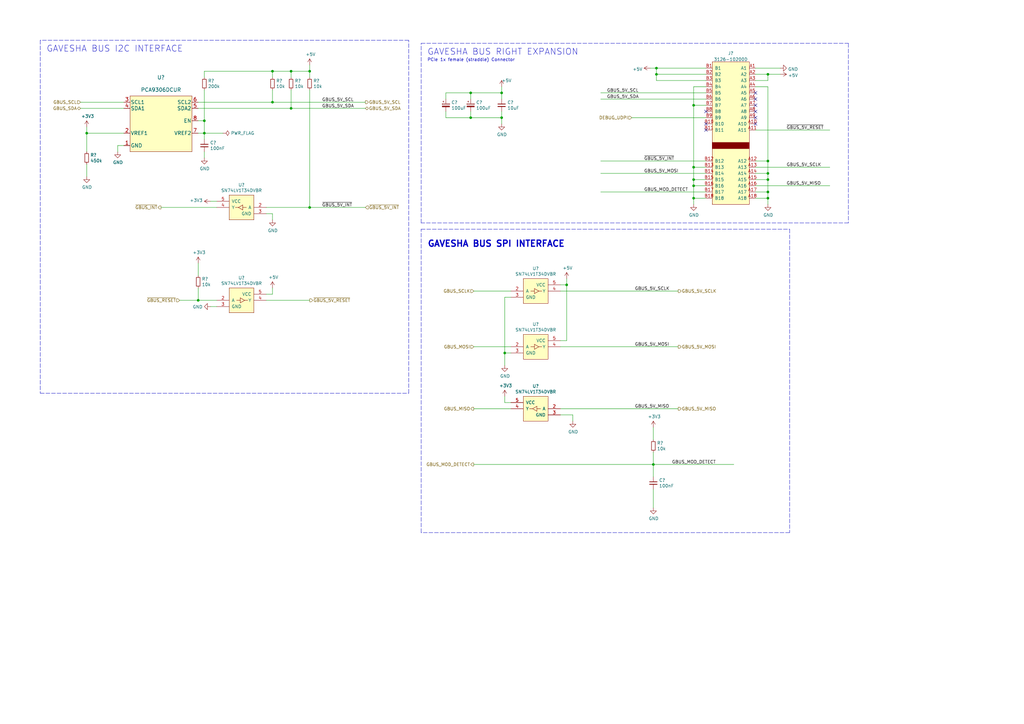
<source format=kicad_sch>
(kicad_sch (version 20211123) (generator eeschema)

  (uuid ef053039-a041-4fdf-bc52-723b3de14360)

  (paper "A3")

  (lib_symbols
    (symbol "Device:C_Small" (pin_numbers hide) (pin_names (offset 0.254) hide) (in_bom yes) (on_board yes)
      (property "Reference" "C" (id 0) (at 0.254 1.778 0)
        (effects (font (size 1.27 1.27)) (justify left))
      )
      (property "Value" "C_Small" (id 1) (at 0.254 -2.032 0)
        (effects (font (size 1.27 1.27)) (justify left))
      )
      (property "Footprint" "" (id 2) (at 0 0 0)
        (effects (font (size 1.27 1.27)) hide)
      )
      (property "Datasheet" "~" (id 3) (at 0 0 0)
        (effects (font (size 1.27 1.27)) hide)
      )
      (property "ki_keywords" "capacitor cap" (id 4) (at 0 0 0)
        (effects (font (size 1.27 1.27)) hide)
      )
      (property "ki_description" "Unpolarized capacitor, small symbol" (id 5) (at 0 0 0)
        (effects (font (size 1.27 1.27)) hide)
      )
      (property "ki_fp_filters" "C_*" (id 6) (at 0 0 0)
        (effects (font (size 1.27 1.27)) hide)
      )
      (symbol "C_Small_0_1"
        (polyline
          (pts
            (xy -1.524 -0.508)
            (xy 1.524 -0.508)
          )
          (stroke (width 0.3302) (type default) (color 0 0 0 0))
          (fill (type none))
        )
        (polyline
          (pts
            (xy -1.524 0.508)
            (xy 1.524 0.508)
          )
          (stroke (width 0.3048) (type default) (color 0 0 0 0))
          (fill (type none))
        )
      )
      (symbol "C_Small_1_1"
        (pin passive line (at 0 2.54 270) (length 2.032)
          (name "~" (effects (font (size 1.27 1.27))))
          (number "1" (effects (font (size 1.27 1.27))))
        )
        (pin passive line (at 0 -2.54 90) (length 2.032)
          (name "~" (effects (font (size 1.27 1.27))))
          (number "2" (effects (font (size 1.27 1.27))))
        )
      )
    )
    (symbol "Device:R_Small" (pin_numbers hide) (pin_names (offset 0.254) hide) (in_bom yes) (on_board yes)
      (property "Reference" "R" (id 0) (at 0.762 0.508 0)
        (effects (font (size 1.27 1.27)) (justify left))
      )
      (property "Value" "R_Small" (id 1) (at 0.762 -1.016 0)
        (effects (font (size 1.27 1.27)) (justify left))
      )
      (property "Footprint" "" (id 2) (at 0 0 0)
        (effects (font (size 1.27 1.27)) hide)
      )
      (property "Datasheet" "~" (id 3) (at 0 0 0)
        (effects (font (size 1.27 1.27)) hide)
      )
      (property "ki_keywords" "R resistor" (id 4) (at 0 0 0)
        (effects (font (size 1.27 1.27)) hide)
      )
      (property "ki_description" "Resistor, small symbol" (id 5) (at 0 0 0)
        (effects (font (size 1.27 1.27)) hide)
      )
      (property "ki_fp_filters" "R_*" (id 6) (at 0 0 0)
        (effects (font (size 1.27 1.27)) hide)
      )
      (symbol "R_Small_0_1"
        (rectangle (start -0.762 1.778) (end 0.762 -1.778)
          (stroke (width 0.2032) (type default) (color 0 0 0 0))
          (fill (type none))
        )
      )
      (symbol "R_Small_1_1"
        (pin passive line (at 0 2.54 270) (length 0.762)
          (name "~" (effects (font (size 1.27 1.27))))
          (number "1" (effects (font (size 1.27 1.27))))
        )
        (pin passive line (at 0 -2.54 90) (length 0.762)
          (name "~" (effects (font (size 1.27 1.27))))
          (number "2" (effects (font (size 1.27 1.27))))
        )
      )
    )
    (symbol "Dongguan_UMAX:3126-10200D" (pin_names (offset 1.016)) (in_bom yes) (on_board yes)
      (property "Reference" "J" (id 0) (at 0 35.56 0)
        (effects (font (size 1.27 1.27)))
      )
      (property "Value" "3126-10200D" (id 1) (at 0 33.02 0)
        (effects (font (size 1.27 1.27)))
      )
      (property "Footprint" "Dongguan UMAX:3126-XXXX" (id 2) (at 5.08 35.56 0)
        (effects (font (size 1.27 1.27)) hide)
      )
      (property "Datasheet" "" (id 3) (at 5.08 35.56 0)
        (effects (font (size 1.27 1.27)) hide)
      )
      (property "ki_description" "PCI Express x1 Connector, 1.0mm pitch, Stradle mount" (id 4) (at 0 0 0)
        (effects (font (size 1.27 1.27)) hide)
      )
      (symbol "3126-10200D_0_1"
        (rectangle (start -7.62 -2.54) (end 7.62 -5.08)
          (stroke (width 0) (type default) (color 0 0 0 0))
          (fill (type outline))
        )
        (rectangle (start -7.62 30.48) (end 7.62 -27.94)
          (stroke (width 0) (type default) (color 0 0 0 0))
          (fill (type background))
        )
      )
      (symbol "3126-10200D_1_1"
        (pin passive line (at 10.16 27.94 180) (length 2.54)
          (name "A1" (effects (font (size 1.27 1.27))))
          (number "A1" (effects (font (size 1.27 1.27))))
        )
        (pin passive line (at 10.16 5.08 180) (length 2.54)
          (name "A10" (effects (font (size 1.27 1.27))))
          (number "A10" (effects (font (size 1.27 1.27))))
        )
        (pin passive line (at 10.16 2.54 180) (length 2.54)
          (name "A11" (effects (font (size 1.27 1.27))))
          (number "A11" (effects (font (size 1.27 1.27))))
        )
        (pin passive line (at 10.16 -10.16 180) (length 2.54)
          (name "A12" (effects (font (size 1.27 1.27))))
          (number "A12" (effects (font (size 1.27 1.27))))
        )
        (pin passive line (at 10.16 -12.7 180) (length 2.54)
          (name "A13" (effects (font (size 1.27 1.27))))
          (number "A13" (effects (font (size 1.27 1.27))))
        )
        (pin passive line (at 10.16 -15.24 180) (length 2.54)
          (name "A14" (effects (font (size 1.27 1.27))))
          (number "A14" (effects (font (size 1.27 1.27))))
        )
        (pin passive line (at 10.16 -17.78 180) (length 2.54)
          (name "A15" (effects (font (size 1.27 1.27))))
          (number "A15" (effects (font (size 1.27 1.27))))
        )
        (pin passive line (at 10.16 -20.32 180) (length 2.54)
          (name "A16" (effects (font (size 1.27 1.27))))
          (number "A16" (effects (font (size 1.27 1.27))))
        )
        (pin passive line (at 10.16 -22.86 180) (length 2.54)
          (name "A17" (effects (font (size 1.27 1.27))))
          (number "A17" (effects (font (size 1.27 1.27))))
        )
        (pin passive line (at 10.16 -25.4 180) (length 2.54)
          (name "A18" (effects (font (size 1.27 1.27))))
          (number "A18" (effects (font (size 1.27 1.27))))
        )
        (pin passive line (at 10.16 25.4 180) (length 2.54)
          (name "A2" (effects (font (size 1.27 1.27))))
          (number "A2" (effects (font (size 1.27 1.27))))
        )
        (pin passive line (at 10.16 22.86 180) (length 2.54)
          (name "A3" (effects (font (size 1.27 1.27))))
          (number "A3" (effects (font (size 1.27 1.27))))
        )
        (pin passive line (at 10.16 20.32 180) (length 2.54)
          (name "A4" (effects (font (size 1.27 1.27))))
          (number "A4" (effects (font (size 1.27 1.27))))
        )
        (pin passive line (at 10.16 17.78 180) (length 2.54)
          (name "A5" (effects (font (size 1.27 1.27))))
          (number "A5" (effects (font (size 1.27 1.27))))
        )
        (pin passive line (at 10.16 15.24 180) (length 2.54)
          (name "A6" (effects (font (size 1.27 1.27))))
          (number "A6" (effects (font (size 1.27 1.27))))
        )
        (pin passive line (at 10.16 12.7 180) (length 2.54)
          (name "A7" (effects (font (size 1.27 1.27))))
          (number "A7" (effects (font (size 1.27 1.27))))
        )
        (pin passive line (at 10.16 10.16 180) (length 2.54)
          (name "A8" (effects (font (size 1.27 1.27))))
          (number "A8" (effects (font (size 1.27 1.27))))
        )
        (pin passive line (at 10.16 7.62 180) (length 2.54)
          (name "A9" (effects (font (size 1.27 1.27))))
          (number "A9" (effects (font (size 1.27 1.27))))
        )
        (pin passive line (at -10.16 27.94 0) (length 2.54)
          (name "B1" (effects (font (size 1.27 1.27))))
          (number "B1" (effects (font (size 1.27 1.27))))
        )
        (pin passive line (at -10.16 5.08 0) (length 2.54)
          (name "B10" (effects (font (size 1.27 1.27))))
          (number "B10" (effects (font (size 1.27 1.27))))
        )
        (pin passive line (at -10.16 2.54 0) (length 2.54)
          (name "B11" (effects (font (size 1.27 1.27))))
          (number "B11" (effects (font (size 1.27 1.27))))
        )
        (pin passive line (at -10.16 -10.16 0) (length 2.54)
          (name "B12" (effects (font (size 1.27 1.27))))
          (number "B12" (effects (font (size 1.27 1.27))))
        )
        (pin passive line (at -10.16 -12.7 0) (length 2.54)
          (name "B13" (effects (font (size 1.27 1.27))))
          (number "B13" (effects (font (size 1.27 1.27))))
        )
        (pin passive line (at -10.16 -15.24 0) (length 2.54)
          (name "B14" (effects (font (size 1.27 1.27))))
          (number "B14" (effects (font (size 1.27 1.27))))
        )
        (pin passive line (at -10.16 -17.78 0) (length 2.54)
          (name "B15" (effects (font (size 1.27 1.27))))
          (number "B15" (effects (font (size 1.27 1.27))))
        )
        (pin passive line (at -10.16 -20.32 0) (length 2.54)
          (name "B16" (effects (font (size 1.27 1.27))))
          (number "B16" (effects (font (size 1.27 1.27))))
        )
        (pin passive line (at -10.16 -22.86 0) (length 2.54)
          (name "B17" (effects (font (size 1.27 1.27))))
          (number "B17" (effects (font (size 1.27 1.27))))
        )
        (pin passive line (at -10.16 -25.4 0) (length 2.54)
          (name "B18" (effects (font (size 1.27 1.27))))
          (number "B18" (effects (font (size 1.27 1.27))))
        )
        (pin passive line (at -10.16 25.4 0) (length 2.54)
          (name "B2" (effects (font (size 1.27 1.27))))
          (number "B2" (effects (font (size 1.27 1.27))))
        )
        (pin passive line (at -10.16 22.86 0) (length 2.54)
          (name "B3" (effects (font (size 1.27 1.27))))
          (number "B3" (effects (font (size 1.27 1.27))))
        )
        (pin passive line (at -10.16 20.32 0) (length 2.54)
          (name "B4" (effects (font (size 1.27 1.27))))
          (number "B4" (effects (font (size 1.27 1.27))))
        )
        (pin passive line (at -10.16 17.78 0) (length 2.54)
          (name "B5" (effects (font (size 1.27 1.27))))
          (number "B5" (effects (font (size 1.27 1.27))))
        )
        (pin passive line (at -10.16 15.24 0) (length 2.54)
          (name "B6" (effects (font (size 1.27 1.27))))
          (number "B6" (effects (font (size 1.27 1.27))))
        )
        (pin passive line (at -10.16 12.7 0) (length 2.54)
          (name "B7" (effects (font (size 1.27 1.27))))
          (number "B7" (effects (font (size 1.27 1.27))))
        )
        (pin passive line (at -10.16 10.16 0) (length 2.54)
          (name "B8" (effects (font (size 1.27 1.27))))
          (number "B8" (effects (font (size 1.27 1.27))))
        )
        (pin passive line (at -10.16 7.62 0) (length 2.54)
          (name "B9" (effects (font (size 1.27 1.27))))
          (number "B9" (effects (font (size 1.27 1.27))))
        )
      )
    )
    (symbol "G_BOARD_V0.3-rescue:CP_Small-Device" (pin_numbers hide) (pin_names (offset 0.254) hide) (in_bom yes) (on_board yes)
      (property "Reference" "C" (id 0) (at 0.254 1.778 0)
        (effects (font (size 1.27 1.27)) (justify left))
      )
      (property "Value" "CP_Small-Device" (id 1) (at 0.254 -2.032 0)
        (effects (font (size 1.27 1.27)) (justify left))
      )
      (property "Footprint" "" (id 2) (at 0 0 0)
        (effects (font (size 1.27 1.27)) hide)
      )
      (property "Datasheet" "" (id 3) (at 0 0 0)
        (effects (font (size 1.27 1.27)) hide)
      )
      (property "ki_fp_filters" "CP_*" (id 4) (at 0 0 0)
        (effects (font (size 1.27 1.27)) hide)
      )
      (symbol "CP_Small-Device_0_1"
        (rectangle (start -1.524 -0.3048) (end 1.524 -0.6858)
          (stroke (width 0) (type default) (color 0 0 0 0))
          (fill (type outline))
        )
        (rectangle (start -1.524 0.6858) (end 1.524 0.3048)
          (stroke (width 0) (type default) (color 0 0 0 0))
          (fill (type none))
        )
        (polyline
          (pts
            (xy -1.27 1.524)
            (xy -0.762 1.524)
          )
          (stroke (width 0) (type default) (color 0 0 0 0))
          (fill (type none))
        )
        (polyline
          (pts
            (xy -1.016 1.27)
            (xy -1.016 1.778)
          )
          (stroke (width 0) (type default) (color 0 0 0 0))
          (fill (type none))
        )
      )
      (symbol "CP_Small-Device_1_1"
        (pin passive line (at 0 2.54 270) (length 1.8542)
          (name "~" (effects (font (size 1.27 1.27))))
          (number "1" (effects (font (size 1.27 1.27))))
        )
        (pin passive line (at 0 -2.54 90) (length 1.8542)
          (name "~" (effects (font (size 1.27 1.27))))
          (number "2" (effects (font (size 1.27 1.27))))
        )
      )
    )
    (symbol "G_BOARD_V0.3-rescue:PCA9306DCUR-Texas_Interface_I2C" (pin_names (offset 0.254)) (in_bom yes) (on_board yes)
      (property "Reference" "U" (id 0) (at 0 15.24 0)
        (effects (font (size 1.524 1.524)))
      )
      (property "Value" "PCA9306DCUR-Texas_Interface_I2C" (id 1) (at 0 12.7 0)
        (effects (font (size 1.524 1.524)))
      )
      (property "Footprint" "Texas_Instruments:PCA9306DCUR" (id 2) (at 0 11.176 0)
        (effects (font (size 1.524 1.524)) hide)
      )
      (property "Datasheet" "" (id 3) (at -33.02 5.08 0)
        (effects (font (size 1.524 1.524)))
      )
      (property "ki_fp_filters" "DCU8 DCU8-M DCU8-L" (id 4) (at 0 0 0)
        (effects (font (size 1.27 1.27)) hide)
      )
      (symbol "PCA9306DCUR-Texas_Interface_I2C_1_1"
        (rectangle (start -12.7 10.16) (end 12.7 -12.7)
          (stroke (width 0) (type default) (color 0 0 0 0))
          (fill (type background))
        )
        (pin power_in line (at -15.24 -10.16 0) (length 2.54)
          (name "GND" (effects (font (size 1.4986 1.4986))))
          (number "1" (effects (font (size 1.4986 1.4986))))
        )
        (pin power_in line (at -15.24 -5.08 0) (length 2.54)
          (name "VREF1" (effects (font (size 1.4986 1.4986))))
          (number "2" (effects (font (size 1.4986 1.4986))))
        )
        (pin bidirectional line (at -15.24 7.62 0) (length 2.54)
          (name "SCL1" (effects (font (size 1.4986 1.4986))))
          (number "3" (effects (font (size 1.4986 1.4986))))
        )
        (pin bidirectional line (at -15.24 5.08 0) (length 2.54)
          (name "SDA1" (effects (font (size 1.4986 1.4986))))
          (number "4" (effects (font (size 1.4986 1.4986))))
        )
        (pin bidirectional line (at 15.24 5.08 180) (length 2.54)
          (name "SDA2" (effects (font (size 1.4986 1.4986))))
          (number "5" (effects (font (size 1.4986 1.4986))))
        )
        (pin bidirectional line (at 15.24 7.62 180) (length 2.54)
          (name "SCL2" (effects (font (size 1.4986 1.4986))))
          (number "6" (effects (font (size 1.4986 1.4986))))
        )
        (pin power_in line (at 15.24 -5.08 180) (length 2.54)
          (name "VREF2" (effects (font (size 1.4986 1.4986))))
          (number "7" (effects (font (size 1.4986 1.4986))))
        )
        (pin input line (at 15.24 0 180) (length 2.54)
          (name "EN" (effects (font (size 1.4986 1.4986))))
          (number "8" (effects (font (size 1.4986 1.4986))))
        )
      )
    )
    (symbol "G_BOARD_V0.3-rescue:SN74LV1T34DVBR-Texas_Interface_Level_Translate" (pin_names (offset 1.016)) (in_bom yes) (on_board yes)
      (property "Reference" "U" (id 0) (at 7.62 10.16 0)
        (effects (font (size 1.27 1.27)))
      )
      (property "Value" "SN74LV1T34DVBR-Texas_Interface_Level_Translate" (id 1) (at 2.54 7.62 0)
        (effects (font (size 1.27 1.27)))
      )
      (property "Footprint" "Package_TO_SOT_SMD:SOT-23-5" (id 2) (at 0 2.54 0)
        (effects (font (size 1.27 1.27)) hide)
      )
      (property "Datasheet" "" (id 3) (at 0 2.54 0)
        (effects (font (size 1.27 1.27)) hide)
      )
      (symbol "SN74LV1T34DVBR-Texas_Interface_Level_Translate_0_1"
        (rectangle (start -5.08 5.08) (end 5.08 -5.08)
          (stroke (width 0) (type default) (color 0 0 0 0))
          (fill (type background))
        )
        (polyline
          (pts
            (xy -0.508 0)
            (xy -2.032 0)
          )
          (stroke (width 0) (type default) (color 0 0 0 0))
          (fill (type none))
        )
        (polyline
          (pts
            (xy -0.508 1.016)
            (xy -0.508 -1.016)
          )
          (stroke (width 0) (type default) (color 0 0 0 0))
          (fill (type none))
        )
        (polyline
          (pts
            (xy -0.508 1.016)
            (xy 1.27 0)
          )
          (stroke (width 0) (type default) (color 0 0 0 0))
          (fill (type none))
        )
        (polyline
          (pts
            (xy 1.27 0)
            (xy 2.54 0)
          )
          (stroke (width 0) (type default) (color 0 0 0 0))
          (fill (type none))
        )
      )
      (symbol "SN74LV1T34DVBR-Texas_Interface_Level_Translate_1_1"
        (polyline
          (pts
            (xy 1.27 0)
            (xy -0.508 -1.016)
          )
          (stroke (width 0) (type default) (color 0 0 0 0))
          (fill (type none))
        )
        (pin no_connect line (at -10.16 2.54 0) (length 5.08) hide
          (name "NC" (effects (font (size 1.27 1.27))))
          (number "1" (effects (font (size 1.27 1.27))))
        )
        (pin input line (at -10.16 0 0) (length 5.08)
          (name "A" (effects (font (size 1.27 1.27))))
          (number "2" (effects (font (size 1.27 1.27))))
        )
        (pin power_in line (at -10.16 -2.54 0) (length 5.08)
          (name "GND" (effects (font (size 1.27 1.27))))
          (number "3" (effects (font (size 1.27 1.27))))
        )
        (pin output line (at 10.16 0 180) (length 5.08)
          (name "Y" (effects (font (size 1.27 1.27))))
          (number "4" (effects (font (size 1.27 1.27))))
        )
        (pin power_in line (at 10.16 2.54 180) (length 5.08)
          (name "VCC" (effects (font (size 1.27 1.27))))
          (number "5" (effects (font (size 1.27 1.27))))
        )
      )
    )
    (symbol "power:+3V3" (power) (pin_names (offset 0)) (in_bom yes) (on_board yes)
      (property "Reference" "#PWR" (id 0) (at 0 -3.81 0)
        (effects (font (size 1.27 1.27)) hide)
      )
      (property "Value" "+3V3" (id 1) (at 0 3.556 0)
        (effects (font (size 1.27 1.27)))
      )
      (property "Footprint" "" (id 2) (at 0 0 0)
        (effects (font (size 1.27 1.27)) hide)
      )
      (property "Datasheet" "" (id 3) (at 0 0 0)
        (effects (font (size 1.27 1.27)) hide)
      )
      (property "ki_keywords" "power-flag" (id 4) (at 0 0 0)
        (effects (font (size 1.27 1.27)) hide)
      )
      (property "ki_description" "Power symbol creates a global label with name \"+3V3\"" (id 5) (at 0 0 0)
        (effects (font (size 1.27 1.27)) hide)
      )
      (symbol "+3V3_0_1"
        (polyline
          (pts
            (xy -0.762 1.27)
            (xy 0 2.54)
          )
          (stroke (width 0) (type default) (color 0 0 0 0))
          (fill (type none))
        )
        (polyline
          (pts
            (xy 0 0)
            (xy 0 2.54)
          )
          (stroke (width 0) (type default) (color 0 0 0 0))
          (fill (type none))
        )
        (polyline
          (pts
            (xy 0 2.54)
            (xy 0.762 1.27)
          )
          (stroke (width 0) (type default) (color 0 0 0 0))
          (fill (type none))
        )
      )
      (symbol "+3V3_1_1"
        (pin power_in line (at 0 0 90) (length 0) hide
          (name "+3V3" (effects (font (size 1.27 1.27))))
          (number "1" (effects (font (size 1.27 1.27))))
        )
      )
    )
    (symbol "power:+5V" (power) (pin_names (offset 0)) (in_bom yes) (on_board yes)
      (property "Reference" "#PWR" (id 0) (at 0 -3.81 0)
        (effects (font (size 1.27 1.27)) hide)
      )
      (property "Value" "+5V" (id 1) (at 0 3.556 0)
        (effects (font (size 1.27 1.27)))
      )
      (property "Footprint" "" (id 2) (at 0 0 0)
        (effects (font (size 1.27 1.27)) hide)
      )
      (property "Datasheet" "" (id 3) (at 0 0 0)
        (effects (font (size 1.27 1.27)) hide)
      )
      (property "ki_keywords" "power-flag" (id 4) (at 0 0 0)
        (effects (font (size 1.27 1.27)) hide)
      )
      (property "ki_description" "Power symbol creates a global label with name \"+5V\"" (id 5) (at 0 0 0)
        (effects (font (size 1.27 1.27)) hide)
      )
      (symbol "+5V_0_1"
        (polyline
          (pts
            (xy -0.762 1.27)
            (xy 0 2.54)
          )
          (stroke (width 0) (type default) (color 0 0 0 0))
          (fill (type none))
        )
        (polyline
          (pts
            (xy 0 0)
            (xy 0 2.54)
          )
          (stroke (width 0) (type default) (color 0 0 0 0))
          (fill (type none))
        )
        (polyline
          (pts
            (xy 0 2.54)
            (xy 0.762 1.27)
          )
          (stroke (width 0) (type default) (color 0 0 0 0))
          (fill (type none))
        )
      )
      (symbol "+5V_1_1"
        (pin power_in line (at 0 0 90) (length 0) hide
          (name "+5V" (effects (font (size 1.27 1.27))))
          (number "1" (effects (font (size 1.27 1.27))))
        )
      )
    )
    (symbol "power:GND" (power) (pin_names (offset 0)) (in_bom yes) (on_board yes)
      (property "Reference" "#PWR" (id 0) (at 0 -6.35 0)
        (effects (font (size 1.27 1.27)) hide)
      )
      (property "Value" "GND" (id 1) (at 0 -3.81 0)
        (effects (font (size 1.27 1.27)))
      )
      (property "Footprint" "" (id 2) (at 0 0 0)
        (effects (font (size 1.27 1.27)) hide)
      )
      (property "Datasheet" "" (id 3) (at 0 0 0)
        (effects (font (size 1.27 1.27)) hide)
      )
      (property "ki_keywords" "power-flag" (id 4) (at 0 0 0)
        (effects (font (size 1.27 1.27)) hide)
      )
      (property "ki_description" "Power symbol creates a global label with name \"GND\" , ground" (id 5) (at 0 0 0)
        (effects (font (size 1.27 1.27)) hide)
      )
      (symbol "GND_0_1"
        (polyline
          (pts
            (xy 0 0)
            (xy 0 -1.27)
            (xy 1.27 -1.27)
            (xy 0 -2.54)
            (xy -1.27 -1.27)
            (xy 0 -1.27)
          )
          (stroke (width 0) (type default) (color 0 0 0 0))
          (fill (type none))
        )
      )
      (symbol "GND_1_1"
        (pin power_in line (at 0 0 270) (length 0) hide
          (name "GND" (effects (font (size 1.27 1.27))))
          (number "1" (effects (font (size 1.27 1.27))))
        )
      )
    )
    (symbol "power:PWR_FLAG" (power) (pin_numbers hide) (pin_names (offset 0) hide) (in_bom yes) (on_board yes)
      (property "Reference" "#FLG" (id 0) (at 0 1.905 0)
        (effects (font (size 1.27 1.27)) hide)
      )
      (property "Value" "PWR_FLAG" (id 1) (at 0 3.81 0)
        (effects (font (size 1.27 1.27)))
      )
      (property "Footprint" "" (id 2) (at 0 0 0)
        (effects (font (size 1.27 1.27)) hide)
      )
      (property "Datasheet" "~" (id 3) (at 0 0 0)
        (effects (font (size 1.27 1.27)) hide)
      )
      (property "ki_keywords" "power-flag" (id 4) (at 0 0 0)
        (effects (font (size 1.27 1.27)) hide)
      )
      (property "ki_description" "Special symbol for telling ERC where power comes from" (id 5) (at 0 0 0)
        (effects (font (size 1.27 1.27)) hide)
      )
      (symbol "PWR_FLAG_0_0"
        (pin power_out line (at 0 0 90) (length 0)
          (name "pwr" (effects (font (size 1.27 1.27))))
          (number "1" (effects (font (size 1.27 1.27))))
        )
      )
      (symbol "PWR_FLAG_0_1"
        (polyline
          (pts
            (xy 0 0)
            (xy 0 1.27)
            (xy -1.016 1.905)
            (xy 0 2.54)
            (xy 1.016 1.905)
            (xy 0 1.27)
          )
          (stroke (width 0) (type default) (color 0 0 0 0))
          (fill (type none))
        )
      )
    )
  )

  (junction (at 35.56 54.61) (diameter 0) (color 0 0 0 0)
    (uuid 0752d078-0b2e-4bd7-81b5-c9715058d572)
  )
  (junction (at 314.96 78.74) (diameter 0) (color 0 0 0 0)
    (uuid 0836fb70-a759-4c29-8070-218d80bd0d04)
  )
  (junction (at 193.04 38.1) (diameter 0) (color 0 0 0 0)
    (uuid 0a5a1f02-6304-4906-b782-b1236dc7d1dc)
  )
  (junction (at 193.04 48.26) (diameter 0) (color 0 0 0 0)
    (uuid 0d34ae8f-19e4-41dc-98b6-8cb6d3a60a5f)
  )
  (junction (at 267.97 190.5) (diameter 0) (color 0 0 0 0)
    (uuid 1bd1c196-6f13-4eeb-86a2-e9bfdb1d2285)
  )
  (junction (at 232.41 116.84) (diameter 0) (color 0 0 0 0)
    (uuid 3670809d-345d-43c3-b933-182a68891996)
  )
  (junction (at 269.24 27.94) (diameter 0) (color 0 0 0 0)
    (uuid 371d52cd-230b-4b95-b6aa-8cafcf00ef51)
  )
  (junction (at 284.48 81.28) (diameter 0) (color 0 0 0 0)
    (uuid 43481ad2-df08-423a-bed0-0f121a2064d1)
  )
  (junction (at 127 85.09) (diameter 0) (color 0 0 0 0)
    (uuid 43f0b881-2975-4da7-b599-f755c03c25d7)
  )
  (junction (at 83.82 49.53) (diameter 0) (color 0 0 0 0)
    (uuid 4b138b83-7cc3-41b4-8d14-004d33cd0544)
  )
  (junction (at 284.48 76.2) (diameter 0) (color 0 0 0 0)
    (uuid 5da51937-45d6-4797-bbe1-f07a30284939)
  )
  (junction (at 314.96 73.66) (diameter 0) (color 0 0 0 0)
    (uuid 5e11f246-8ba5-4472-b6bc-5ea3f4e24688)
  )
  (junction (at 119.38 29.21) (diameter 0) (color 0 0 0 0)
    (uuid 6078e0c3-6150-4715-88c0-a2b7b1e7feff)
  )
  (junction (at 205.74 48.26) (diameter 0) (color 0 0 0 0)
    (uuid 63ec6aa9-c332-4e93-bdf8-e86e3226efff)
  )
  (junction (at 81.28 123.19) (diameter 0) (color 0 0 0 0)
    (uuid 660c9472-9433-4cd6-9cdf-15ee235b6799)
  )
  (junction (at 111.76 29.21) (diameter 0) (color 0 0 0 0)
    (uuid 6eed02c1-1695-4b10-a029-504248bd5de0)
  )
  (junction (at 83.82 54.61) (diameter 0) (color 0 0 0 0)
    (uuid 72805052-0281-4821-8958-ba5d52d182f3)
  )
  (junction (at 127 29.21) (diameter 0) (color 0 0 0 0)
    (uuid 789ec9b0-6a9d-4d7b-94b0-1c0ee4547834)
  )
  (junction (at 314.96 81.28) (diameter 0) (color 0 0 0 0)
    (uuid 845c7ae5-4216-41d0-987f-030b12d53ac7)
  )
  (junction (at 284.48 73.66) (diameter 0) (color 0 0 0 0)
    (uuid 8880e2cc-e618-4120-b1ac-d263314524e9)
  )
  (junction (at 205.74 38.1) (diameter 0) (color 0 0 0 0)
    (uuid a11f01b5-bf50-4f0a-889e-38824d4853c8)
  )
  (junction (at 314.96 71.12) (diameter 0) (color 0 0 0 0)
    (uuid b43d8265-5309-4725-befa-0c41042471e0)
  )
  (junction (at 284.48 68.58) (diameter 0) (color 0 0 0 0)
    (uuid c0d4e74e-d414-4d6c-bf59-2a1133e89a2e)
  )
  (junction (at 314.96 66.04) (diameter 0) (color 0 0 0 0)
    (uuid cd4f46b1-bc1d-4d64-a71e-2b5a8fab9d4a)
  )
  (junction (at 207.01 144.78) (diameter 0) (color 0 0 0 0)
    (uuid d63e8d4a-342e-4373-a9ef-e992ced71c66)
  )
  (junction (at 284.48 43.18) (diameter 0) (color 0 0 0 0)
    (uuid e0bb494b-4704-4ace-a0e9-dee0ae97ae4f)
  )
  (junction (at 269.24 30.48) (diameter 0) (color 0 0 0 0)
    (uuid e48c0d5c-759f-4d93-bafe-05e991e57536)
  )
  (junction (at 119.38 44.45) (diameter 0) (color 0 0 0 0)
    (uuid eaef9b18-e8ea-4ba7-8211-6474b9e45db9)
  )
  (junction (at 111.76 41.91) (diameter 0) (color 0 0 0 0)
    (uuid ee38ca19-1a85-4ecd-9840-eac1ab21fac5)
  )
  (junction (at 314.96 30.48) (diameter 0) (color 0 0 0 0)
    (uuid fd2f2088-23a6-45d0-976f-4412e92f0346)
  )

  (no_connect (at 309.88 45.72) (uuid 1f58491c-656f-4d5b-8ecd-e8af546f9cbb))
  (no_connect (at 309.88 40.64) (uuid 311b88a9-6a1f-4e88-9753-ab1d8229f739))
  (no_connect (at 289.56 53.34) (uuid 4d1fe00f-1a8f-427b-aa38-f1ad14741521))
  (no_connect (at 309.88 38.1) (uuid 58f1a00f-8198-4629-b2cf-267630e17024))
  (no_connect (at 289.56 45.72) (uuid 6135ab82-8d82-402f-a3e4-1dda776546df))
  (no_connect (at 309.88 48.26) (uuid 6c173f56-6699-4ac4-b95f-92b57aeca969))
  (no_connect (at 309.88 50.8) (uuid 956d82ad-1675-4c18-93b9-d2c9762ad852))
  (no_connect (at 289.56 50.8) (uuid fc784543-e2c6-43d8-94e5-47b5ec910c6f))
  (no_connect (at 309.88 43.18) (uuid fd99af19-de98-40bd-b958-0e9c29524ec7))

  (wire (pts (xy 309.88 76.2) (xy 340.36 76.2))
    (stroke (width 0) (type default) (color 0 0 0 0))
    (uuid 0161dcab-c7f4-4ab5-a7d0-d8b5505a869a)
  )
  (wire (pts (xy 267.97 190.5) (xy 300.99 190.5))
    (stroke (width 0) (type default) (color 0 0 0 0))
    (uuid 03ceeb46-95f8-4601-86a5-ef4d25e2c303)
  )
  (wire (pts (xy 193.04 48.26) (xy 205.74 48.26))
    (stroke (width 0) (type default) (color 0 0 0 0))
    (uuid 069ee298-eb2a-479c-a5dd-027316389484)
  )
  (wire (pts (xy 48.26 59.69) (xy 50.8 59.69))
    (stroke (width 0) (type default) (color 0 0 0 0))
    (uuid 09a680bb-1deb-4b60-a3a8-b8ea44176e2a)
  )
  (wire (pts (xy 289.56 43.18) (xy 284.48 43.18))
    (stroke (width 0) (type default) (color 0 0 0 0))
    (uuid 09db5301-66b2-4771-bbc0-6a4be2ae1ba9)
  )
  (wire (pts (xy 109.22 123.19) (xy 127 123.19))
    (stroke (width 0) (type default) (color 0 0 0 0))
    (uuid 0d83a97a-2616-4615-a1ad-0ef3eab057ab)
  )
  (wire (pts (xy 314.96 30.48) (xy 320.04 30.48))
    (stroke (width 0) (type default) (color 0 0 0 0))
    (uuid 0e2fece5-5120-4b81-a85e-996af5b1da1f)
  )
  (wire (pts (xy 193.04 40.64) (xy 193.04 38.1))
    (stroke (width 0) (type default) (color 0 0 0 0))
    (uuid 10043a32-0dcd-4786-90b8-b6e8e8b45682)
  )
  (wire (pts (xy 284.48 76.2) (xy 284.48 73.66))
    (stroke (width 0) (type default) (color 0 0 0 0))
    (uuid 1081c86b-baa5-4d61-9a70-45b95c872bd4)
  )
  (wire (pts (xy 81.28 107.95) (xy 81.28 113.03))
    (stroke (width 0) (type default) (color 0 0 0 0))
    (uuid 10889f55-8444-4ade-9458-897f4a5c3677)
  )
  (wire (pts (xy 246.38 78.74) (xy 289.56 78.74))
    (stroke (width 0) (type default) (color 0 0 0 0))
    (uuid 11f99d10-e1df-46a8-912b-b4edc1a6f76b)
  )
  (wire (pts (xy 35.56 72.39) (xy 35.56 67.31))
    (stroke (width 0) (type default) (color 0 0 0 0))
    (uuid 11fbca2b-d3e0-407a-bd52-d07e45811980)
  )
  (wire (pts (xy 284.48 81.28) (xy 284.48 76.2))
    (stroke (width 0) (type default) (color 0 0 0 0))
    (uuid 1594840e-a012-4dd8-beab-e6b98734eb57)
  )
  (wire (pts (xy 207.01 162.56) (xy 207.01 165.1))
    (stroke (width 0) (type default) (color 0 0 0 0))
    (uuid 173b4a52-4fe9-44b2-93c7-d8b26b037df3)
  )
  (wire (pts (xy 269.24 33.02) (xy 289.56 33.02))
    (stroke (width 0) (type default) (color 0 0 0 0))
    (uuid 1783c096-510a-4b46-b160-0fcc94dab8ab)
  )
  (wire (pts (xy 207.01 165.1) (xy 209.55 165.1))
    (stroke (width 0) (type default) (color 0 0 0 0))
    (uuid 1cea570e-feff-4861-a03a-ae8228ce5f6a)
  )
  (wire (pts (xy 83.82 57.15) (xy 83.82 54.61))
    (stroke (width 0) (type default) (color 0 0 0 0))
    (uuid 1d0d0d13-cede-4bd3-87f3-56f3e37f9426)
  )
  (polyline (pts (xy 347.98 91.44) (xy 172.72 91.44))
    (stroke (width 0) (type default) (color 0 0 0 0))
    (uuid 1f9fd5df-0054-451a-a613-40b223d90391)
  )

  (wire (pts (xy 309.88 73.66) (xy 314.96 73.66))
    (stroke (width 0) (type default) (color 0 0 0 0))
    (uuid 232d34e9-7739-4c17-a9dc-426ec565a85f)
  )
  (wire (pts (xy 284.48 68.58) (xy 289.56 68.58))
    (stroke (width 0) (type default) (color 0 0 0 0))
    (uuid 26b31e60-0b58-47ad-a977-f244f19f43af)
  )
  (wire (pts (xy 205.74 35.56) (xy 205.74 38.1))
    (stroke (width 0) (type default) (color 0 0 0 0))
    (uuid 28e9910b-112e-4f97-959b-3c79d26c188f)
  )
  (wire (pts (xy 234.95 170.18) (xy 234.95 172.72))
    (stroke (width 0) (type default) (color 0 0 0 0))
    (uuid 2a15b052-3e2e-4393-bd09-f1644c64759a)
  )
  (wire (pts (xy 33.02 41.91) (xy 50.8 41.91))
    (stroke (width 0) (type default) (color 0 0 0 0))
    (uuid 2a6df38c-7427-46a9-b145-9c2f40a97624)
  )
  (wire (pts (xy 269.24 33.02) (xy 269.24 30.48))
    (stroke (width 0) (type default) (color 0 0 0 0))
    (uuid 2c6e10a7-249f-41bb-8e72-31102773cb25)
  )
  (wire (pts (xy 111.76 41.91) (xy 149.86 41.91))
    (stroke (width 0) (type default) (color 0 0 0 0))
    (uuid 2ca0748f-5114-45c6-bf0c-a01ee7391ea1)
  )
  (wire (pts (xy 309.88 68.58) (xy 340.36 68.58))
    (stroke (width 0) (type default) (color 0 0 0 0))
    (uuid 2fda106c-4c11-400e-9a5f-89e91b659984)
  )
  (polyline (pts (xy 167.64 16.51) (xy 16.51 16.51))
    (stroke (width 0) (type default) (color 0 0 0 0))
    (uuid 31b5a6b5-fe55-4047-b4bb-17be7c47bc1a)
  )

  (wire (pts (xy 88.9 123.19) (xy 81.28 123.19))
    (stroke (width 0) (type default) (color 0 0 0 0))
    (uuid 340b728c-27f0-452c-b792-4ba80e09e574)
  )
  (wire (pts (xy 229.87 167.64) (xy 278.13 167.64))
    (stroke (width 0) (type default) (color 0 0 0 0))
    (uuid 37b49429-8597-4b6b-8156-e0da0ed0880e)
  )
  (polyline (pts (xy 172.72 93.98) (xy 323.85 93.98))
    (stroke (width 0) (type default) (color 0 0 0 0))
    (uuid 3843eda5-f0e3-493b-a8be-4303df7f9ef5)
  )
  (polyline (pts (xy 172.72 218.44) (xy 172.72 93.98))
    (stroke (width 0) (type default) (color 0 0 0 0))
    (uuid 394556c7-45ee-44f8-a0ce-0b081a071311)
  )

  (wire (pts (xy 232.41 139.7) (xy 232.41 116.84))
    (stroke (width 0) (type default) (color 0 0 0 0))
    (uuid 3952fcc5-d39c-438f-af69-3ab2fe53ec45)
  )
  (wire (pts (xy 314.96 71.12) (xy 314.96 66.04))
    (stroke (width 0) (type default) (color 0 0 0 0))
    (uuid 3e606bba-3a14-4df2-b26f-898cf96398e6)
  )
  (wire (pts (xy 111.76 118.11) (xy 111.76 120.65))
    (stroke (width 0) (type default) (color 0 0 0 0))
    (uuid 3e6b12db-309b-4c63-8b79-79530b40d54a)
  )
  (wire (pts (xy 229.87 119.38) (xy 278.13 119.38))
    (stroke (width 0) (type default) (color 0 0 0 0))
    (uuid 3e9489ee-4891-4cf2-9e86-7e02e1665c70)
  )
  (polyline (pts (xy 16.51 161.29) (xy 167.64 161.29))
    (stroke (width 0) (type default) (color 0 0 0 0))
    (uuid 3fb26e67-7e65-4625-8ac4-7d7f384b33b8)
  )

  (wire (pts (xy 309.88 53.34) (xy 340.36 53.34))
    (stroke (width 0) (type default) (color 0 0 0 0))
    (uuid 44556f6a-a7a3-4791-9326-872864c089c9)
  )
  (wire (pts (xy 205.74 45.72) (xy 205.74 48.26))
    (stroke (width 0) (type default) (color 0 0 0 0))
    (uuid 44f06f51-17fc-4066-8cb6-491c553f2431)
  )
  (wire (pts (xy 35.56 52.07) (xy 35.56 54.61))
    (stroke (width 0) (type default) (color 0 0 0 0))
    (uuid 48d85491-5f17-415d-b4cd-e1837aa6e984)
  )
  (wire (pts (xy 83.82 54.61) (xy 81.28 54.61))
    (stroke (width 0) (type default) (color 0 0 0 0))
    (uuid 494d5035-c70b-41c8-9a68-63cd346086c1)
  )
  (wire (pts (xy 309.88 33.02) (xy 314.96 33.02))
    (stroke (width 0) (type default) (color 0 0 0 0))
    (uuid 4963e287-0f92-41ab-ac61-f91a23c2aa65)
  )
  (wire (pts (xy 83.82 29.21) (xy 111.76 29.21))
    (stroke (width 0) (type default) (color 0 0 0 0))
    (uuid 4a324050-97c6-4640-af99-fc4f5b2de713)
  )
  (wire (pts (xy 88.9 85.09) (xy 66.04 85.09))
    (stroke (width 0) (type default) (color 0 0 0 0))
    (uuid 4b678944-3e6a-4ba6-8cce-ae34a26b1d9a)
  )
  (wire (pts (xy 267.97 185.42) (xy 267.97 190.5))
    (stroke (width 0) (type default) (color 0 0 0 0))
    (uuid 4dafe497-d4db-44a5-876c-de9868b80af7)
  )
  (wire (pts (xy 35.56 54.61) (xy 50.8 54.61))
    (stroke (width 0) (type default) (color 0 0 0 0))
    (uuid 4f9ec737-1b5d-4596-8e5e-2632ecfe5535)
  )
  (wire (pts (xy 111.76 29.21) (xy 119.38 29.21))
    (stroke (width 0) (type default) (color 0 0 0 0))
    (uuid 4fb6386e-76ed-4f8d-add8-378b0751dee2)
  )
  (wire (pts (xy 269.24 30.48) (xy 269.24 27.94))
    (stroke (width 0) (type default) (color 0 0 0 0))
    (uuid 51dacbb7-9599-4b10-a3ce-8f6ad210dc36)
  )
  (wire (pts (xy 109.22 85.09) (xy 127 85.09))
    (stroke (width 0) (type default) (color 0 0 0 0))
    (uuid 5377dcd9-02a4-400f-80f1-813014da95c6)
  )
  (wire (pts (xy 267.97 175.26) (xy 267.97 180.34))
    (stroke (width 0) (type default) (color 0 0 0 0))
    (uuid 556cc207-b53a-4bfc-bbff-d6d1148363ad)
  )
  (wire (pts (xy 205.74 40.64) (xy 205.74 38.1))
    (stroke (width 0) (type default) (color 0 0 0 0))
    (uuid 56842a4f-89b0-4624-bebd-cd1a6f3dd788)
  )
  (wire (pts (xy 309.88 81.28) (xy 314.96 81.28))
    (stroke (width 0) (type default) (color 0 0 0 0))
    (uuid 5a317158-2b69-45b1-9eef-bcf83bb41611)
  )
  (wire (pts (xy 193.04 48.26) (xy 193.04 45.72))
    (stroke (width 0) (type default) (color 0 0 0 0))
    (uuid 5a36b378-66c5-42ae-89c4-076cba1ccf4f)
  )
  (polyline (pts (xy 347.98 17.78) (xy 347.98 91.44))
    (stroke (width 0) (type default) (color 0 0 0 0))
    (uuid 5c61ddbb-1fdf-44ff-844e-47cbc515924f)
  )

  (wire (pts (xy 83.82 31.75) (xy 83.82 29.21))
    (stroke (width 0) (type default) (color 0 0 0 0))
    (uuid 5d019b79-800a-443c-8bc3-a5cb03e603a1)
  )
  (wire (pts (xy 111.76 31.75) (xy 111.76 29.21))
    (stroke (width 0) (type default) (color 0 0 0 0))
    (uuid 5d179995-dc93-4fbe-85f2-fad75a1262d3)
  )
  (wire (pts (xy 314.96 35.56) (xy 309.88 35.56))
    (stroke (width 0) (type default) (color 0 0 0 0))
    (uuid 5d3a7c90-088a-4434-9e24-abda93399a1a)
  )
  (polyline (pts (xy 16.51 16.51) (xy 16.51 161.29))
    (stroke (width 0) (type default) (color 0 0 0 0))
    (uuid 613eccb5-eaf4-44be-8e5f-283ddfc41436)
  )

  (wire (pts (xy 314.96 78.74) (xy 314.96 73.66))
    (stroke (width 0) (type default) (color 0 0 0 0))
    (uuid 6fdecae4-bdbe-4659-8584-f96f33d7b6c7)
  )
  (wire (pts (xy 246.38 66.04) (xy 289.56 66.04))
    (stroke (width 0) (type default) (color 0 0 0 0))
    (uuid 733ad772-9398-4a94-9643-dc18e17a71a9)
  )
  (wire (pts (xy 111.76 120.65) (xy 109.22 120.65))
    (stroke (width 0) (type default) (color 0 0 0 0))
    (uuid 74b9f344-1d59-4a73-82ac-155f1b4b4f17)
  )
  (wire (pts (xy 127 36.83) (xy 127 85.09))
    (stroke (width 0) (type default) (color 0 0 0 0))
    (uuid 76c5ff6c-5780-45d8-9050-be3f3e43c148)
  )
  (wire (pts (xy 193.04 38.1) (xy 205.74 38.1))
    (stroke (width 0) (type default) (color 0 0 0 0))
    (uuid 788f90ef-644b-4a8f-99fd-1232a1bae96f)
  )
  (wire (pts (xy 232.41 116.84) (xy 229.87 116.84))
    (stroke (width 0) (type default) (color 0 0 0 0))
    (uuid 78eb96e2-c78d-472b-b7ab-e3a4bb72ea55)
  )
  (wire (pts (xy 246.38 38.1) (xy 289.56 38.1))
    (stroke (width 0) (type default) (color 0 0 0 0))
    (uuid 794d18dc-f94e-4af2-b17e-091aa508ff3f)
  )
  (wire (pts (xy 284.48 35.56) (xy 284.48 43.18))
    (stroke (width 0) (type default) (color 0 0 0 0))
    (uuid 79c33451-f74c-4f78-8364-27cf3f73a9e0)
  )
  (wire (pts (xy 269.24 27.94) (xy 266.7 27.94))
    (stroke (width 0) (type default) (color 0 0 0 0))
    (uuid 7ac6f53f-2b17-4a44-bc56-d88709ffe66d)
  )
  (wire (pts (xy 246.38 40.64) (xy 289.56 40.64))
    (stroke (width 0) (type default) (color 0 0 0 0))
    (uuid 7ae0a34d-2532-4a2c-a25e-9a48e109f94e)
  )
  (wire (pts (xy 91.44 54.61) (xy 83.82 54.61))
    (stroke (width 0) (type default) (color 0 0 0 0))
    (uuid 7ae5f274-5b5e-485e-9e3e-0730215cf6de)
  )
  (wire (pts (xy 269.24 27.94) (xy 289.56 27.94))
    (stroke (width 0) (type default) (color 0 0 0 0))
    (uuid 7b0fecea-75b3-44d8-8eb6-d8f5d4ad70a1)
  )
  (wire (pts (xy 234.95 170.18) (xy 229.87 170.18))
    (stroke (width 0) (type default) (color 0 0 0 0))
    (uuid 7c691b7a-e3e6-4a69-bec9-29694ecc0c3e)
  )
  (wire (pts (xy 86.36 82.55) (xy 88.9 82.55))
    (stroke (width 0) (type default) (color 0 0 0 0))
    (uuid 7d31f65d-0e2e-4ef5-8eba-cee4c833c38b)
  )
  (wire (pts (xy 119.38 36.83) (xy 119.38 44.45))
    (stroke (width 0) (type default) (color 0 0 0 0))
    (uuid 81fe6900-b843-4ea2-b1e9-445c79767d50)
  )
  (wire (pts (xy 81.28 118.11) (xy 81.28 123.19))
    (stroke (width 0) (type default) (color 0 0 0 0))
    (uuid 829efbf1-7dc6-419e-8e38-f9a78dc20158)
  )
  (wire (pts (xy 109.22 87.63) (xy 111.76 87.63))
    (stroke (width 0) (type default) (color 0 0 0 0))
    (uuid 82fbb419-b2f9-49e9-9ca2-8d40efdc4c06)
  )
  (wire (pts (xy 314.96 83.82) (xy 314.96 81.28))
    (stroke (width 0) (type default) (color 0 0 0 0))
    (uuid 87aebc47-5cb1-4661-8411-7ab75635ee81)
  )
  (wire (pts (xy 267.97 195.58) (xy 267.97 190.5))
    (stroke (width 0) (type default) (color 0 0 0 0))
    (uuid 87af6117-3a3f-4a37-ac19-34380e1b6ca3)
  )
  (wire (pts (xy 119.38 31.75) (xy 119.38 29.21))
    (stroke (width 0) (type default) (color 0 0 0 0))
    (uuid 88ad12f7-4e0e-4278-bf4e-e5e0599dce41)
  )
  (wire (pts (xy 284.48 73.66) (xy 284.48 68.58))
    (stroke (width 0) (type default) (color 0 0 0 0))
    (uuid 88faf260-7f24-4f35-aecc-fe8d6a8cfae0)
  )
  (wire (pts (xy 309.88 71.12) (xy 314.96 71.12))
    (stroke (width 0) (type default) (color 0 0 0 0))
    (uuid 8b933400-67d6-4239-b671-ad3d350bfcb1)
  )
  (wire (pts (xy 127 31.75) (xy 127 29.21))
    (stroke (width 0) (type default) (color 0 0 0 0))
    (uuid 8bef84a3-32c1-4762-9dbb-2299bea9cc59)
  )
  (wire (pts (xy 284.48 73.66) (xy 289.56 73.66))
    (stroke (width 0) (type default) (color 0 0 0 0))
    (uuid 8da62b53-b9a3-49ad-a585-3f579f50a086)
  )
  (polyline (pts (xy 323.85 93.98) (xy 323.85 218.44))
    (stroke (width 0) (type default) (color 0 0 0 0))
    (uuid 8fc18a56-a828-483f-bed6-02fba8b39ee3)
  )

  (wire (pts (xy 111.76 87.63) (xy 111.76 90.17))
    (stroke (width 0) (type default) (color 0 0 0 0))
    (uuid 9478c361-c656-4c59-a2b9-c552af171542)
  )
  (wire (pts (xy 314.96 30.48) (xy 314.96 33.02))
    (stroke (width 0) (type default) (color 0 0 0 0))
    (uuid 95b10a23-436a-4dae-8653-f06482005697)
  )
  (wire (pts (xy 209.55 119.38) (xy 194.31 119.38))
    (stroke (width 0) (type default) (color 0 0 0 0))
    (uuid 984e4da2-1381-4574-9e8a-5cc0b7a1daf7)
  )
  (wire (pts (xy 194.31 167.64) (xy 209.55 167.64))
    (stroke (width 0) (type default) (color 0 0 0 0))
    (uuid 985afd2b-86ef-44c5-966a-7a69f3efc3c4)
  )
  (wire (pts (xy 119.38 44.45) (xy 149.86 44.45))
    (stroke (width 0) (type default) (color 0 0 0 0))
    (uuid 98cb51a6-f4c7-4e78-9d3a-0d6a158d4d5c)
  )
  (wire (pts (xy 81.28 123.19) (xy 73.66 123.19))
    (stroke (width 0) (type default) (color 0 0 0 0))
    (uuid 9ab09c49-eff8-4e9b-8d28-5997c4d0267b)
  )
  (wire (pts (xy 207.01 121.92) (xy 207.01 144.78))
    (stroke (width 0) (type default) (color 0 0 0 0))
    (uuid 9ad1ae70-0a1b-4c60-9173-b27687b9b1ac)
  )
  (wire (pts (xy 48.26 59.69) (xy 48.26 62.23))
    (stroke (width 0) (type default) (color 0 0 0 0))
    (uuid a42b71fd-70e8-4f9e-aa13-fb3ef092d6a9)
  )
  (wire (pts (xy 182.88 48.26) (xy 193.04 48.26))
    (stroke (width 0) (type default) (color 0 0 0 0))
    (uuid a85b10a2-4ae1-479b-aaf3-fefdecb8eed8)
  )
  (wire (pts (xy 182.88 40.64) (xy 182.88 38.1))
    (stroke (width 0) (type default) (color 0 0 0 0))
    (uuid aac3c29e-35a1-41ee-ace7-9f1a80d1693f)
  )
  (wire (pts (xy 50.8 44.45) (xy 33.02 44.45))
    (stroke (width 0) (type default) (color 0 0 0 0))
    (uuid ab987d30-6df3-4137-9ca7-96ba106809d2)
  )
  (wire (pts (xy 259.08 48.26) (xy 289.56 48.26))
    (stroke (width 0) (type default) (color 0 0 0 0))
    (uuid aea5101a-1a70-4449-b773-5923123ca4de)
  )
  (wire (pts (xy 309.88 78.74) (xy 314.96 78.74))
    (stroke (width 0) (type default) (color 0 0 0 0))
    (uuid af3fb5fc-6bab-48a0-a791-f99ea91cd81c)
  )
  (wire (pts (xy 209.55 142.24) (xy 194.31 142.24))
    (stroke (width 0) (type default) (color 0 0 0 0))
    (uuid af66e4a6-e641-4833-a738-239648354b8a)
  )
  (wire (pts (xy 83.82 36.83) (xy 83.82 49.53))
    (stroke (width 0) (type default) (color 0 0 0 0))
    (uuid afd6eed7-3271-425a-8d37-7bdd785cfd41)
  )
  (wire (pts (xy 194.31 190.5) (xy 267.97 190.5))
    (stroke (width 0) (type default) (color 0 0 0 0))
    (uuid b3234964-034d-44ed-a5c1-e0e9b344f2a6)
  )
  (wire (pts (xy 83.82 49.53) (xy 83.82 54.61))
    (stroke (width 0) (type default) (color 0 0 0 0))
    (uuid b39d07a8-e4f0-43f5-9ee8-e818c626f541)
  )
  (wire (pts (xy 284.48 81.28) (xy 289.56 81.28))
    (stroke (width 0) (type default) (color 0 0 0 0))
    (uuid b58e3742-a83c-41d9-99fd-a176d4d77cb9)
  )
  (wire (pts (xy 205.74 50.8) (xy 205.74 48.26))
    (stroke (width 0) (type default) (color 0 0 0 0))
    (uuid b5cea3ec-d22f-40eb-930c-34fee113ec3c)
  )
  (wire (pts (xy 267.97 200.66) (xy 267.97 208.28))
    (stroke (width 0) (type default) (color 0 0 0 0))
    (uuid b7626e03-8fec-4fdf-a40c-ca4d65ca97ca)
  )
  (wire (pts (xy 86.36 125.73) (xy 88.9 125.73))
    (stroke (width 0) (type default) (color 0 0 0 0))
    (uuid b92f3ff0-95f0-4522-9be6-8419907ead95)
  )
  (wire (pts (xy 127 29.21) (xy 127 26.67))
    (stroke (width 0) (type default) (color 0 0 0 0))
    (uuid ba7b54c4-7ac8-4db7-8b03-af20f35dafb1)
  )
  (wire (pts (xy 83.82 64.77) (xy 83.82 62.23))
    (stroke (width 0) (type default) (color 0 0 0 0))
    (uuid bc121215-0491-400a-9810-821fb332ed6e)
  )
  (wire (pts (xy 111.76 36.83) (xy 111.76 41.91))
    (stroke (width 0) (type default) (color 0 0 0 0))
    (uuid be098979-0ad5-485b-ab68-238f1ea7e25a)
  )
  (wire (pts (xy 81.28 41.91) (xy 111.76 41.91))
    (stroke (width 0) (type default) (color 0 0 0 0))
    (uuid bf727524-7343-4d23-b8ec-52bad1eaa53b)
  )
  (polyline (pts (xy 167.64 161.29) (xy 167.64 16.51))
    (stroke (width 0) (type default) (color 0 0 0 0))
    (uuid bf7658b1-593b-45c0-8086-40632d616b3c)
  )

  (wire (pts (xy 314.96 73.66) (xy 314.96 71.12))
    (stroke (width 0) (type default) (color 0 0 0 0))
    (uuid c523c835-27a7-4dee-b7ce-48f79c895d97)
  )
  (wire (pts (xy 229.87 142.24) (xy 278.13 142.24))
    (stroke (width 0) (type default) (color 0 0 0 0))
    (uuid c9fa3121-28ad-4d49-9129-8e210720e6ea)
  )
  (wire (pts (xy 284.48 83.82) (xy 284.48 81.28))
    (stroke (width 0) (type default) (color 0 0 0 0))
    (uuid cab08d2f-a0b2-4000-8aae-e283803a8f43)
  )
  (wire (pts (xy 269.24 30.48) (xy 289.56 30.48))
    (stroke (width 0) (type default) (color 0 0 0 0))
    (uuid cdcc2902-bfc3-44c5-9a62-1de968bcc4f3)
  )
  (polyline (pts (xy 172.72 91.44) (xy 172.72 17.78))
    (stroke (width 0) (type default) (color 0 0 0 0))
    (uuid cdd60754-321a-4527-bc34-6fc2925303bc)
  )

  (wire (pts (xy 81.28 44.45) (xy 119.38 44.45))
    (stroke (width 0) (type default) (color 0 0 0 0))
    (uuid d203594a-36cb-4814-99b9-c23c6a55b082)
  )
  (wire (pts (xy 246.38 71.12) (xy 289.56 71.12))
    (stroke (width 0) (type default) (color 0 0 0 0))
    (uuid d35a475d-14a3-477f-909b-fcd3464fc93f)
  )
  (wire (pts (xy 35.56 62.23) (xy 35.56 54.61))
    (stroke (width 0) (type default) (color 0 0 0 0))
    (uuid d41ef4c5-e967-4713-a7f8-dd6391e8ee36)
  )
  (polyline (pts (xy 323.85 218.44) (xy 172.72 218.44))
    (stroke (width 0) (type default) (color 0 0 0 0))
    (uuid d84a2545-e614-4612-9b69-93b62e23c016)
  )

  (wire (pts (xy 127 85.09) (xy 149.86 85.09))
    (stroke (width 0) (type default) (color 0 0 0 0))
    (uuid d87bd224-1240-402e-aa92-b18f6ef92702)
  )
  (wire (pts (xy 232.41 114.3) (xy 232.41 116.84))
    (stroke (width 0) (type default) (color 0 0 0 0))
    (uuid d9120e73-5dbd-459b-96d2-01c4a5207d6a)
  )
  (wire (pts (xy 284.48 68.58) (xy 284.48 43.18))
    (stroke (width 0) (type default) (color 0 0 0 0))
    (uuid dd697312-e008-4819-93f1-a6d0c60bb6b1)
  )
  (wire (pts (xy 182.88 38.1) (xy 193.04 38.1))
    (stroke (width 0) (type default) (color 0 0 0 0))
    (uuid e1a3101a-5375-4c37-9d81-7a14177f7eea)
  )
  (wire (pts (xy 127 29.21) (xy 119.38 29.21))
    (stroke (width 0) (type default) (color 0 0 0 0))
    (uuid e780769a-7216-4ff8-bee9-623f9d24f14f)
  )
  (polyline (pts (xy 172.72 17.78) (xy 347.98 17.78))
    (stroke (width 0) (type default) (color 0 0 0 0))
    (uuid e8eab011-0992-460f-a26d-c686c3a34988)
  )

  (wire (pts (xy 314.96 81.28) (xy 314.96 78.74))
    (stroke (width 0) (type default) (color 0 0 0 0))
    (uuid ea028178-bb22-4b88-98a3-4160bb504c79)
  )
  (wire (pts (xy 314.96 66.04) (xy 314.96 35.56))
    (stroke (width 0) (type default) (color 0 0 0 0))
    (uuid eba23767-1424-458a-9585-aee4b153b619)
  )
  (wire (pts (xy 182.88 45.72) (xy 182.88 48.26))
    (stroke (width 0) (type default) (color 0 0 0 0))
    (uuid ec286ed0-305b-43ae-9742-67728e51d8b9)
  )
  (wire (pts (xy 289.56 76.2) (xy 284.48 76.2))
    (stroke (width 0) (type default) (color 0 0 0 0))
    (uuid ecaf0a9d-2655-4351-a5a3-d0820ab6932a)
  )
  (wire (pts (xy 289.56 35.56) (xy 284.48 35.56))
    (stroke (width 0) (type default) (color 0 0 0 0))
    (uuid ee27b5c2-c08e-422c-81ef-0182a000723f)
  )
  (wire (pts (xy 81.28 49.53) (xy 83.82 49.53))
    (stroke (width 0) (type default) (color 0 0 0 0))
    (uuid ee9a0346-b03d-465c-95d6-9b64bf3defd6)
  )
  (wire (pts (xy 309.88 27.94) (xy 320.04 27.94))
    (stroke (width 0) (type default) (color 0 0 0 0))
    (uuid f2f7f9b4-f54b-4779-82d3-ff85780870fb)
  )
  (wire (pts (xy 207.01 144.78) (xy 209.55 144.78))
    (stroke (width 0) (type default) (color 0 0 0 0))
    (uuid f43f4f7b-9b2a-4ca7-9a8f-1de04a1d35ad)
  )
  (wire (pts (xy 229.87 139.7) (xy 232.41 139.7))
    (stroke (width 0) (type default) (color 0 0 0 0))
    (uuid f9818f09-1fb3-4ed9-962f-8cecef20a171)
  )
  (wire (pts (xy 314.96 66.04) (xy 309.88 66.04))
    (stroke (width 0) (type default) (color 0 0 0 0))
    (uuid f985f772-822c-465b-bc5f-f0983633f51c)
  )
  (wire (pts (xy 309.88 30.48) (xy 314.96 30.48))
    (stroke (width 0) (type default) (color 0 0 0 0))
    (uuid f9f99c8f-4249-4a24-8f82-257d7cafc0a9)
  )
  (wire (pts (xy 207.01 149.86) (xy 207.01 144.78))
    (stroke (width 0) (type default) (color 0 0 0 0))
    (uuid fb503252-8895-43ad-b78a-e17dd9080db2)
  )
  (wire (pts (xy 209.55 121.92) (xy 207.01 121.92))
    (stroke (width 0) (type default) (color 0 0 0 0))
    (uuid fee53bf6-557e-4b9b-a731-e1bd4c6787fd)
  )

  (text "GAVESHA BUS I2C INTERFACE" (at 19.05 21.59 0)
    (effects (font (size 2.54 2.54)) (justify left bottom))
    (uuid 022ae8f0-fcba-44c6-9e08-a8b88183f2d0)
  )
  (text "GAVESHA BUS SPI INTERFACE" (at 175.26 101.6 0)
    (effects (font (size 2.54 2.54) (thickness 0.508) bold) (justify left bottom))
    (uuid 68f3ad58-3a0a-4bb1-a1c7-7fc166ca186c)
  )
  (text "PCIe 1x female (straddle) Connector" (at 175.26 25.4 0)
    (effects (font (size 1.27 1.27)) (justify left bottom))
    (uuid 91fb14b0-1b23-4c79-9e7a-9d89c83fbeb0)
  )
  (text "GAVESHA BUS RIGHT EXPANSION" (at 175.26 22.86 0)
    (effects (font (size 2.54 2.54)) (justify left bottom))
    (uuid de93f093-fff0-4aca-8475-8901c64bbadd)
  )

  (label "GBUS_5V_SCL" (at 248.92 38.1 0)
    (effects (font (size 1.27 1.27)) (justify left bottom))
    (uuid 187b06e6-08c8-4dc9-b396-5ff3dd69d0bc)
  )
  (label "GBUS_5V_MOSI" (at 264.16 71.12 0)
    (effects (font (size 1.27 1.27)) (justify left bottom))
    (uuid 1ed2e05b-89a3-40b8-b71f-b31c0aeb009d)
  )
  (label "GBUS_5V_SCL" (at 132.08 41.91 0)
    (effects (font (size 1.27 1.27)) (justify left bottom))
    (uuid 2371fc8f-9f27-4548-a996-65d619c55e3e)
  )
  (label "~{GBUS_5V_INT}" (at 132.08 85.09 0)
    (effects (font (size 1.27 1.27)) (justify left bottom))
    (uuid 4a0569ea-5239-4c92-b6d7-fc158c546bfe)
  )
  (label "~{GBUS_5V_INT}" (at 264.16 66.04 0)
    (effects (font (size 1.27 1.27)) (justify left bottom))
    (uuid 4fd7a062-98eb-4745-8994-a9d56ab97bd7)
  )
  (label "GBUS_5V_SDA" (at 132.08 44.45 0)
    (effects (font (size 1.27 1.27)) (justify left bottom))
    (uuid 7aca7d10-e27e-4035-a675-b46bc94bc7fa)
  )
  (label "GBUS_5V_SCLK" (at 260.35 119.38 0)
    (effects (font (size 1.27 1.27)) (justify left bottom))
    (uuid 8cd435ac-741f-4b35-b9c0-132bfea1df43)
  )
  (label "GBUS_5V_MISO" (at 260.35 167.64 0)
    (effects (font (size 1.27 1.27)) (justify left bottom))
    (uuid 9512f706-1123-4401-b1ed-970e038f9609)
  )
  (label "GBUS_5V_MISO" (at 322.58 76.2 0)
    (effects (font (size 1.27 1.27)) (justify left bottom))
    (uuid 9e6daeb5-cc5c-416d-82d1-54c9e30f3d40)
  )
  (label "GBUS_MOD_DETECT" (at 264.16 78.74 0)
    (effects (font (size 1.27 1.27)) (justify left bottom))
    (uuid a746d675-47f1-4a50-ac3d-9ed745ff4997)
  )
  (label "GBUS_5V_SDA" (at 248.92 40.64 0)
    (effects (font (size 1.27 1.27)) (justify left bottom))
    (uuid b1280dc0-2b6d-461c-a212-6680ec505ca2)
  )
  (label "GBUS_5V_SCLK" (at 322.58 68.58 0)
    (effects (font (size 1.27 1.27)) (justify left bottom))
    (uuid ba8276ae-b787-4731-af78-04dbe59d5051)
  )
  (label "GBUS_MOD_DETECT" (at 275.59 190.5 0)
    (effects (font (size 1.27 1.27)) (justify left bottom))
    (uuid d2781026-d4e3-46e7-b342-ce16639040b4)
  )
  (label "GBUS_5V_MOSI" (at 260.35 142.24 0)
    (effects (font (size 1.27 1.27)) (justify left bottom))
    (uuid de21abca-ff7d-43be-aeae-7114e0af6479)
  )
  (label "~{GBUS_5V_RESET}" (at 322.58 53.34 0)
    (effects (font (size 1.27 1.27)) (justify left bottom))
    (uuid ea7a5d2c-d636-4114-ab26-29c8d473e504)
  )

  (hierarchical_label "~{GBUS_RESET}" (shape input) (at 73.66 123.19 180)
    (effects (font (size 1.27 1.27)) (justify right))
    (uuid 014adba0-c333-4391-8c26-06ea30e99bcf)
  )
  (hierarchical_label "DEBUG_UDPI" (shape input) (at 259.08 48.26 180)
    (effects (font (size 1.27 1.27)) (justify right))
    (uuid 3dee62ca-b1b1-42ab-81bd-58a6d830b79a)
  )
  (hierarchical_label "GBUS_5V_SCLK" (shape output) (at 278.13 119.38 0)
    (effects (font (size 1.27 1.27)) (justify left))
    (uuid 4fd04419-a424-413c-b1bc-683ef3c39b2d)
  )
  (hierarchical_label "GBUS_MOD_DETECT" (shape output) (at 194.31 190.5 180)
    (effects (font (size 1.27 1.27)) (justify right))
    (uuid 73cbbf0a-6cdb-4a04-a2fa-df9327d28f2b)
  )
  (hierarchical_label "~{GBUS_5V_RESET}" (shape output) (at 127 123.19 0)
    (effects (font (size 1.27 1.27)) (justify left))
    (uuid 74cda2f7-f839-43d9-af38-37dca8a9318e)
  )
  (hierarchical_label "GBUS_5V_MISO" (shape output) (at 278.13 167.64 0)
    (effects (font (size 1.27 1.27)) (justify left))
    (uuid 77099564-88c2-4e66-9963-b146eec61ec4)
  )
  (hierarchical_label "GBUS_MISO" (shape output) (at 194.31 167.64 180)
    (effects (font (size 1.27 1.27)) (justify right))
    (uuid 81a1ed28-04ca-4780-97c8-cab859f14aaa)
  )
  (hierarchical_label "~{GBUS_5V_INT}" (shape input) (at 149.86 85.09 0)
    (effects (font (size 1.27 1.27)) (justify left))
    (uuid a0a489cf-8484-4e4e-98c1-67908a82db73)
  )
  (hierarchical_label "GBUS_MOSI" (shape input) (at 194.31 142.24 180)
    (effects (font (size 1.27 1.27)) (justify right))
    (uuid ae996026-79fe-4843-888f-7c1e5de12d95)
  )
  (hierarchical_label "~{GBUS_INT}" (shape output) (at 66.04 85.09 180)
    (effects (font (size 1.27 1.27)) (justify right))
    (uuid bb93ba2b-2689-48a9-870a-747069aee752)
  )
  (hierarchical_label "GBUS_5V_SDA" (shape bidirectional) (at 149.86 44.45 0)
    (effects (font (size 1.27 1.27)) (justify left))
    (uuid bff435e2-7276-4ff0-bb46-1257192dcd6e)
  )
  (hierarchical_label "GBUS_SDA" (shape bidirectional) (at 33.02 44.45 180)
    (effects (font (size 1.27 1.27)) (justify right))
    (uuid c7c1b161-0a33-4037-a0a8-846dbc8707f1)
  )
  (hierarchical_label "GBUS_SCL" (shape input) (at 33.02 41.91 180)
    (effects (font (size 1.27 1.27)) (justify right))
    (uuid c884ca47-b6f8-4b75-b09f-950d851bfeb4)
  )
  (hierarchical_label "GBUS_5V_SCL" (shape output) (at 149.86 41.91 0)
    (effects (font (size 1.27 1.27)) (justify left))
    (uuid d2235f0a-03eb-4f7a-939b-29248bf25fcf)
  )
  (hierarchical_label "GBUS_5V_MOSI" (shape output) (at 278.13 142.24 0)
    (effects (font (size 1.27 1.27)) (justify left))
    (uuid e1363636-f101-4e2f-b31a-eb67c27d3ab4)
  )
  (hierarchical_label "GBUS_SCLK" (shape input) (at 194.31 119.38 180)
    (effects (font (size 1.27 1.27)) (justify right))
    (uuid f6ec3c43-7334-4d4b-a9bc-54471a8443d6)
  )

  (symbol (lib_id "G_BOARD_V0.3-rescue:SN74LV1T34DVBR-Texas_Interface_Level_Translate") (at 219.71 142.24 0) (unit 1)
    (in_bom yes) (on_board yes)
    (uuid 0677be33-35ef-4b01-9dd8-787f4c2e76a8)
    (property "Reference" "U?" (id 0) (at 219.71 132.969 0))
    (property "Value" "SN74LV1T34DVBR" (id 1) (at 219.71 135.2804 0))
    (property "Footprint" "Package_TO_SOT_SMD:SOT-23-5" (id 2) (at 219.71 139.7 0)
      (effects (font (size 1.27 1.27)) hide)
    )
    (property "Datasheet" "" (id 3) (at 219.71 139.7 0)
      (effects (font (size 1.27 1.27)) hide)
    )
    (pin "1" (uuid 60f5ccac-0404-4213-97b8-efd14f7e3361))
    (pin "2" (uuid fafc06e5-dd60-4f0d-9722-d59d7c2a85a8))
    (pin "3" (uuid d9a98d42-771b-4361-b5d3-30996e38448a))
    (pin "4" (uuid 8362ab00-7ad0-477a-b30d-674ce095b575))
    (pin "5" (uuid 2d7dc9aa-e584-4b99-b18d-fda1223fa0e6))
  )

  (symbol (lib_id "power:GND") (at 48.26 62.23 0) (unit 1)
    (in_bom yes) (on_board yes)
    (uuid 0c582c9c-7fb8-4d7c-b302-f971dfa5f904)
    (property "Reference" "#PWR?" (id 0) (at 48.26 68.58 0)
      (effects (font (size 1.27 1.27)) hide)
    )
    (property "Value" "GND" (id 1) (at 48.387 66.6242 0))
    (property "Footprint" "" (id 2) (at 48.26 62.23 0)
      (effects (font (size 1.27 1.27)) hide)
    )
    (property "Datasheet" "" (id 3) (at 48.26 62.23 0)
      (effects (font (size 1.27 1.27)) hide)
    )
    (pin "1" (uuid caeb2d86-8299-4039-94f3-dab020126704))
  )

  (symbol (lib_id "Device:C_Small") (at 83.82 59.69 0) (unit 1)
    (in_bom yes) (on_board yes)
    (uuid 1fe065bb-f433-48d4-87f9-d1f3c843d931)
    (property "Reference" "C?" (id 0) (at 86.1568 58.5216 0)
      (effects (font (size 1.27 1.27)) (justify left))
    )
    (property "Value" "100nF" (id 1) (at 86.1568 60.833 0)
      (effects (font (size 1.27 1.27)) (justify left))
    )
    (property "Footprint" "Capacitor_SMD:C_0402_1005Metric" (id 2) (at 83.82 59.69 0)
      (effects (font (size 1.27 1.27)) hide)
    )
    (property "Datasheet" "~" (id 3) (at 83.82 59.69 0)
      (effects (font (size 1.27 1.27)) hide)
    )
    (pin "1" (uuid bfa8416e-e708-42c0-bf62-4c42a9cf5578))
    (pin "2" (uuid 3e6e28c8-0ba4-4e2f-8644-0448b8e46dd7))
  )

  (symbol (lib_id "power:GND") (at 234.95 172.72 0) (unit 1)
    (in_bom yes) (on_board yes)
    (uuid 2bd100ab-0b91-4e28-ac1b-6e207f7cdf87)
    (property "Reference" "#PWR?" (id 0) (at 234.95 179.07 0)
      (effects (font (size 1.27 1.27)) hide)
    )
    (property "Value" "GND" (id 1) (at 235.077 177.1142 0))
    (property "Footprint" "" (id 2) (at 234.95 172.72 0)
      (effects (font (size 1.27 1.27)) hide)
    )
    (property "Datasheet" "" (id 3) (at 234.95 172.72 0)
      (effects (font (size 1.27 1.27)) hide)
    )
    (pin "1" (uuid 1f78a2c5-d705-4613-9380-c37f33b63c47))
  )

  (symbol (lib_id "power:GND") (at 205.74 50.8 0) (unit 1)
    (in_bom yes) (on_board yes)
    (uuid 33c0d54d-ebae-47a5-8fdd-398d922f68bd)
    (property "Reference" "#PWR?" (id 0) (at 205.74 57.15 0)
      (effects (font (size 1.27 1.27)) hide)
    )
    (property "Value" "GND" (id 1) (at 205.867 55.1942 0))
    (property "Footprint" "" (id 2) (at 205.74 50.8 0)
      (effects (font (size 1.27 1.27)) hide)
    )
    (property "Datasheet" "" (id 3) (at 205.74 50.8 0)
      (effects (font (size 1.27 1.27)) hide)
    )
    (pin "1" (uuid a4e546ad-000d-4ad9-93d9-0c1a78a8d6ea))
  )

  (symbol (lib_id "power:PWR_FLAG") (at 91.44 54.61 270) (unit 1)
    (in_bom yes) (on_board yes)
    (uuid 3cca12d8-f5bc-4c7c-94d8-30a6a343b872)
    (property "Reference" "#FLG?" (id 0) (at 93.345 54.61 0)
      (effects (font (size 1.27 1.27)) hide)
    )
    (property "Value" "PWR_FLAG" (id 1) (at 94.6912 54.61 90)
      (effects (font (size 1.27 1.27)) (justify left))
    )
    (property "Footprint" "" (id 2) (at 91.44 54.61 0)
      (effects (font (size 1.27 1.27)) hide)
    )
    (property "Datasheet" "~" (id 3) (at 91.44 54.61 0)
      (effects (font (size 1.27 1.27)) hide)
    )
    (pin "1" (uuid 51707c5e-1631-4a34-a828-0af67469c0e6))
  )

  (symbol (lib_id "Device:R_Small") (at 81.28 115.57 180) (unit 1)
    (in_bom yes) (on_board yes)
    (uuid 426cb2f8-8d8e-4293-abfa-96d0f5cf2e00)
    (property "Reference" "R?" (id 0) (at 82.7786 114.4016 0)
      (effects (font (size 1.27 1.27)) (justify right))
    )
    (property "Value" "10k" (id 1) (at 82.7786 116.713 0)
      (effects (font (size 1.27 1.27)) (justify right))
    )
    (property "Footprint" "Resistor_SMD:R_0402_1005Metric" (id 2) (at 81.28 115.57 0)
      (effects (font (size 1.27 1.27)) hide)
    )
    (property "Datasheet" "~" (id 3) (at 81.28 115.57 0)
      (effects (font (size 1.27 1.27)) hide)
    )
    (pin "1" (uuid 5b7d773b-a65c-4042-9f50-43133302ef94))
    (pin "2" (uuid 8746df87-d75d-4c96-8df9-6cff2727fe07))
  )

  (symbol (lib_id "power:+5V") (at 127 26.67 0) (unit 1)
    (in_bom yes) (on_board yes)
    (uuid 46a7566e-4b77-4c03-946d-af76f89070fc)
    (property "Reference" "#PWR?" (id 0) (at 127 30.48 0)
      (effects (font (size 1.27 1.27)) hide)
    )
    (property "Value" "+5V" (id 1) (at 127.381 22.2758 0))
    (property "Footprint" "" (id 2) (at 127 26.67 0)
      (effects (font (size 1.27 1.27)) hide)
    )
    (property "Datasheet" "" (id 3) (at 127 26.67 0)
      (effects (font (size 1.27 1.27)) hide)
    )
    (pin "1" (uuid 8dca87b8-1190-4275-b4c4-66d482c71ada))
  )

  (symbol (lib_id "power:+5V") (at 232.41 114.3 0) (unit 1)
    (in_bom yes) (on_board yes)
    (uuid 48e8d541-2dad-4efd-8ea0-ba73164ea985)
    (property "Reference" "#PWR?" (id 0) (at 232.41 118.11 0)
      (effects (font (size 1.27 1.27)) hide)
    )
    (property "Value" "+5V" (id 1) (at 232.791 109.9058 0))
    (property "Footprint" "" (id 2) (at 232.41 114.3 0)
      (effects (font (size 1.27 1.27)) hide)
    )
    (property "Datasheet" "" (id 3) (at 232.41 114.3 0)
      (effects (font (size 1.27 1.27)) hide)
    )
    (pin "1" (uuid 8b0b2a14-0e71-42ee-8fd0-0e15cde0fbdc))
  )

  (symbol (lib_id "power:+5V") (at 111.76 118.11 0) (unit 1)
    (in_bom yes) (on_board yes)
    (uuid 4ff66f22-b542-4ccc-b8e9-100800311ce9)
    (property "Reference" "#PWR?" (id 0) (at 111.76 121.92 0)
      (effects (font (size 1.27 1.27)) hide)
    )
    (property "Value" "+5V" (id 1) (at 112.141 113.7158 0))
    (property "Footprint" "" (id 2) (at 111.76 118.11 0)
      (effects (font (size 1.27 1.27)) hide)
    )
    (property "Datasheet" "" (id 3) (at 111.76 118.11 0)
      (effects (font (size 1.27 1.27)) hide)
    )
    (pin "1" (uuid 77a5d75c-2ad7-43e6-931d-751a0c663d62))
  )

  (symbol (lib_id "Device:R_Small") (at 119.38 34.29 180) (unit 1)
    (in_bom yes) (on_board yes)
    (uuid 50c92fa5-ff48-49fe-8f88-44a820c64877)
    (property "Reference" "R?" (id 0) (at 120.8786 33.1216 0)
      (effects (font (size 1.27 1.27)) (justify right))
    )
    (property "Value" "10k" (id 1) (at 120.8786 35.433 0)
      (effects (font (size 1.27 1.27)) (justify right))
    )
    (property "Footprint" "Resistor_SMD:R_0402_1005Metric" (id 2) (at 119.38 34.29 0)
      (effects (font (size 1.27 1.27)) hide)
    )
    (property "Datasheet" "~" (id 3) (at 119.38 34.29 0)
      (effects (font (size 1.27 1.27)) hide)
    )
    (pin "1" (uuid 55065bbf-f680-47c5-9f9c-1b1bdc0ef8b6))
    (pin "2" (uuid 84a66f11-339f-4cc9-92fe-adeaa528fd11))
  )

  (symbol (lib_id "power:GND") (at 284.48 83.82 0) (unit 1)
    (in_bom yes) (on_board yes)
    (uuid 55fcb854-ce6d-49e3-8249-63528bc350f7)
    (property "Reference" "#PWR?" (id 0) (at 284.48 90.17 0)
      (effects (font (size 1.27 1.27)) hide)
    )
    (property "Value" "GND" (id 1) (at 284.607 88.2142 0))
    (property "Footprint" "" (id 2) (at 284.48 83.82 0)
      (effects (font (size 1.27 1.27)) hide)
    )
    (property "Datasheet" "" (id 3) (at 284.48 83.82 0)
      (effects (font (size 1.27 1.27)) hide)
    )
    (pin "1" (uuid 127881d1-2baa-46e4-8df3-02f6ca82e44d))
  )

  (symbol (lib_id "power:GND") (at 35.56 72.39 0) (unit 1)
    (in_bom yes) (on_board yes)
    (uuid 5af7e434-28fb-417b-bd55-f802f7bd5f0a)
    (property "Reference" "#PWR?" (id 0) (at 35.56 78.74 0)
      (effects (font (size 1.27 1.27)) hide)
    )
    (property "Value" "GND" (id 1) (at 35.687 76.7842 0))
    (property "Footprint" "" (id 2) (at 35.56 72.39 0)
      (effects (font (size 1.27 1.27)) hide)
    )
    (property "Datasheet" "" (id 3) (at 35.56 72.39 0)
      (effects (font (size 1.27 1.27)) hide)
    )
    (pin "1" (uuid 24c75d91-e7d5-4aa6-a9fe-92a83f44b3dc))
  )

  (symbol (lib_id "power:+3V3") (at 86.36 82.55 90) (unit 1)
    (in_bom yes) (on_board yes)
    (uuid 5b20aaeb-ee7d-473b-9d26-a7bd37639059)
    (property "Reference" "#PWR?" (id 0) (at 90.17 82.55 0)
      (effects (font (size 1.27 1.27)) hide)
    )
    (property "Value" "+3V3" (id 1) (at 83.1088 82.169 90)
      (effects (font (size 1.27 1.27)) (justify left))
    )
    (property "Footprint" "" (id 2) (at 86.36 82.55 0)
      (effects (font (size 1.27 1.27)) hide)
    )
    (property "Datasheet" "" (id 3) (at 86.36 82.55 0)
      (effects (font (size 1.27 1.27)) hide)
    )
    (pin "1" (uuid 47290948-6dcc-4d7b-9333-7392437a5965))
  )

  (symbol (lib_id "G_BOARD_V0.3-rescue:CP_Small-Device") (at 193.04 43.18 0) (unit 1)
    (in_bom yes) (on_board yes)
    (uuid 685bfeb4-3e11-46ab-b2c8-789b9b235130)
    (property "Reference" "C?" (id 0) (at 195.2752 42.0116 0)
      (effects (font (size 1.27 1.27)) (justify left))
    )
    (property "Value" "100uF" (id 1) (at 195.2752 44.323 0)
      (effects (font (size 1.27 1.27)) (justify left))
    )
    (property "Footprint" "Capacitor_Tantalum_SMD:CP_EIA-3528-12_Kemet-T" (id 2) (at 193.04 43.18 0)
      (effects (font (size 1.27 1.27)) hide)
    )
    (property "Datasheet" "~" (id 3) (at 193.04 43.18 0)
      (effects (font (size 1.27 1.27)) hide)
    )
    (pin "1" (uuid 2173ee9f-bedf-4099-b227-9cd06a6eea59))
    (pin "2" (uuid 25744a4c-e175-47e8-87bf-cc6b0a269d31))
  )

  (symbol (lib_id "power:+5V") (at 266.7 27.94 90) (unit 1)
    (in_bom yes) (on_board yes) (fields_autoplaced)
    (uuid 6e4a4b8a-57dd-4e0f-9bff-e3d21a7f5fb4)
    (property "Reference" "#PWR?" (id 0) (at 270.51 27.94 0)
      (effects (font (size 1.27 1.27)) hide)
    )
    (property "Value" "+5V" (id 1) (at 263.5251 28.3738 90)
      (effects (font (size 1.27 1.27)) (justify left))
    )
    (property "Footprint" "" (id 2) (at 266.7 27.94 0)
      (effects (font (size 1.27 1.27)) hide)
    )
    (property "Datasheet" "" (id 3) (at 266.7 27.94 0)
      (effects (font (size 1.27 1.27)) hide)
    )
    (pin "1" (uuid 5c618eb1-ff87-4048-9578-b9e109fe6f41))
  )

  (symbol (lib_id "Device:R_Small") (at 83.82 34.29 180) (unit 1)
    (in_bom yes) (on_board yes)
    (uuid 710fe4a3-fcaa-40ed-842b-0a380f2eddf3)
    (property "Reference" "R?" (id 0) (at 85.3186 33.1216 0)
      (effects (font (size 1.27 1.27)) (justify right))
    )
    (property "Value" "200k" (id 1) (at 85.3186 35.433 0)
      (effects (font (size 1.27 1.27)) (justify right))
    )
    (property "Footprint" "Resistor_SMD:R_0402_1005Metric" (id 2) (at 83.82 34.29 0)
      (effects (font (size 1.27 1.27)) hide)
    )
    (property "Datasheet" "~" (id 3) (at 83.82 34.29 0)
      (effects (font (size 1.27 1.27)) hide)
    )
    (pin "1" (uuid c749ff69-b081-4906-96e4-39a5722ac865))
    (pin "2" (uuid d8be4725-a7d7-4156-97c6-fe25dec9e7b8))
  )

  (symbol (lib_id "Device:R_Small") (at 35.56 64.77 180) (unit 1)
    (in_bom yes) (on_board yes)
    (uuid 713e441e-edc7-4ae3-b56e-b6f0d06b75c1)
    (property "Reference" "R?" (id 0) (at 37.0586 63.6016 0)
      (effects (font (size 1.27 1.27)) (justify right))
    )
    (property "Value" "450k" (id 1) (at 37.0586 65.913 0)
      (effects (font (size 1.27 1.27)) (justify right))
    )
    (property "Footprint" "Resistor_SMD:R_0402_1005Metric" (id 2) (at 35.56 64.77 0)
      (effects (font (size 1.27 1.27)) hide)
    )
    (property "Datasheet" "~" (id 3) (at 35.56 64.77 0)
      (effects (font (size 1.27 1.27)) hide)
    )
    (pin "1" (uuid 037fc7fc-fa21-41c3-ae9c-bd35cde66695))
    (pin "2" (uuid 30521ab5-9ff5-4c13-af8d-d84ea36d4d6b))
  )

  (symbol (lib_id "power:GND") (at 83.82 64.77 0) (unit 1)
    (in_bom yes) (on_board yes)
    (uuid 744105c0-beed-4e6a-8c44-e422a84e5ec8)
    (property "Reference" "#PWR?" (id 0) (at 83.82 71.12 0)
      (effects (font (size 1.27 1.27)) hide)
    )
    (property "Value" "GND" (id 1) (at 83.947 69.1642 0))
    (property "Footprint" "" (id 2) (at 83.82 64.77 0)
      (effects (font (size 1.27 1.27)) hide)
    )
    (property "Datasheet" "" (id 3) (at 83.82 64.77 0)
      (effects (font (size 1.27 1.27)) hide)
    )
    (pin "1" (uuid 421dbc0f-13f9-4688-b939-6666ef684e67))
  )

  (symbol (lib_id "power:GND") (at 86.36 125.73 270) (unit 1)
    (in_bom yes) (on_board yes)
    (uuid 7c3120ef-e911-425f-bf88-346e78984c97)
    (property "Reference" "#PWR?" (id 0) (at 80.01 125.73 0)
      (effects (font (size 1.27 1.27)) hide)
    )
    (property "Value" "GND" (id 1) (at 83.1088 125.857 90)
      (effects (font (size 1.27 1.27)) (justify right))
    )
    (property "Footprint" "" (id 2) (at 86.36 125.73 0)
      (effects (font (size 1.27 1.27)) hide)
    )
    (property "Datasheet" "" (id 3) (at 86.36 125.73 0)
      (effects (font (size 1.27 1.27)) hide)
    )
    (pin "1" (uuid d4d0c728-99ce-45df-9600-29fc3a9a8b3d))
  )

  (symbol (lib_id "power:+5V") (at 205.74 35.56 0) (unit 1)
    (in_bom yes) (on_board yes)
    (uuid 7c9ddea6-e7c6-48db-bf32-fc6c255995f4)
    (property "Reference" "#PWR?" (id 0) (at 205.74 39.37 0)
      (effects (font (size 1.27 1.27)) hide)
    )
    (property "Value" "+5V" (id 1) (at 205.74 33.02 0)
      (effects (font (size 1.27 1.27)) (justify left))
    )
    (property "Footprint" "" (id 2) (at 205.74 35.56 0)
      (effects (font (size 1.27 1.27)) hide)
    )
    (property "Datasheet" "" (id 3) (at 205.74 35.56 0)
      (effects (font (size 1.27 1.27)) hide)
    )
    (pin "1" (uuid 6ea0693c-a7f2-4df7-90cb-008ef925c4e2))
  )

  (symbol (lib_id "power:+3V3") (at 207.01 162.56 0) (unit 1)
    (in_bom yes) (on_board yes)
    (uuid 7d844e73-212b-404f-a729-ea3043c23b1c)
    (property "Reference" "#PWR?" (id 0) (at 207.01 166.37 0)
      (effects (font (size 1.27 1.27)) hide)
    )
    (property "Value" "+3V3" (id 1) (at 207.391 158.1658 0))
    (property "Footprint" "" (id 2) (at 207.01 162.56 0)
      (effects (font (size 1.27 1.27)) hide)
    )
    (property "Datasheet" "" (id 3) (at 207.01 162.56 0)
      (effects (font (size 1.27 1.27)) hide)
    )
    (pin "1" (uuid 02be6c4e-29b9-4c0c-b6a2-4b06374b3e9a))
  )

  (symbol (lib_id "G_BOARD_V0.3-rescue:PCA9306DCUR-Texas_Interface_I2C") (at 66.04 49.53 0) (unit 1)
    (in_bom yes) (on_board yes)
    (uuid 8358ad01-6aa5-46b8-a2be-1ded5c929ce9)
    (property "Reference" "U?" (id 0) (at 66.04 31.75 0)
      (effects (font (size 1.524 1.524)))
    )
    (property "Value" "PCA9306DCUR" (id 1) (at 66.04 36.83 0)
      (effects (font (size 1.524 1.524)))
    )
    (property "Footprint" "Texas_Instruments:PCA9306DCUR" (id 2) (at 66.04 38.354 0)
      (effects (font (size 1.524 1.524)) hide)
    )
    (property "Datasheet" "" (id 3) (at 33.02 44.45 0)
      (effects (font (size 1.524 1.524)))
    )
    (pin "1" (uuid a127ca92-8343-444f-9e26-41a6a1d4a77e))
    (pin "2" (uuid 640a9d7a-9599-49c6-9ba3-e6a96646f673))
    (pin "3" (uuid dc0e5172-7d2b-4214-a7e0-fd9a3a308a95))
    (pin "4" (uuid 368a722a-c21f-4601-84d3-bb4eabb024b6))
    (pin "5" (uuid 488416f1-b357-4ea6-b973-ef7600b66cbd))
    (pin "6" (uuid be2c182e-2816-45ff-835c-2e7b2682bd1e))
    (pin "7" (uuid 72bd6ecd-47d7-4842-b530-68db206fcbcd))
    (pin "8" (uuid 09ba92f7-cd03-47ee-8c28-038a8e3bd029))
  )

  (symbol (lib_id "power:+3V3") (at 81.28 107.95 0) (unit 1)
    (in_bom yes) (on_board yes)
    (uuid 8c4ddc39-486c-4ab6-b398-fd11f01ea36a)
    (property "Reference" "#PWR?" (id 0) (at 81.28 111.76 0)
      (effects (font (size 1.27 1.27)) hide)
    )
    (property "Value" "+3V3" (id 1) (at 81.661 103.5558 0))
    (property "Footprint" "" (id 2) (at 81.28 107.95 0)
      (effects (font (size 1.27 1.27)) hide)
    )
    (property "Datasheet" "" (id 3) (at 81.28 107.95 0)
      (effects (font (size 1.27 1.27)) hide)
    )
    (pin "1" (uuid 4179f670-9a9f-4cc1-b428-fba9f173f2b5))
  )

  (symbol (lib_id "Dongguan_UMAX:3126-10200D") (at 299.72 55.88 0) (unit 1)
    (in_bom yes) (on_board yes) (fields_autoplaced)
    (uuid 9b0a9408-0530-409c-bd2c-23824d3855a8)
    (property "Reference" "J?" (id 0) (at 299.72 21.8272 0))
    (property "Value" "3126-10200D" (id 1) (at 299.72 24.3641 0))
    (property "Footprint" "Dongguan UMAX:3126-XXXX" (id 2) (at 304.8 20.32 0)
      (effects (font (size 1.27 1.27)) hide)
    )
    (property "Datasheet" "" (id 3) (at 304.8 20.32 0)
      (effects (font (size 1.27 1.27)) hide)
    )
    (pin "A1" (uuid c6317fb5-b8f2-4569-8bf5-e450c8084c91))
    (pin "A10" (uuid 3277c1d4-5041-45c7-b69a-337d90ef8811))
    (pin "A11" (uuid ea06c349-a5c2-4dc0-8c96-11ab73c5e3cb))
    (pin "A12" (uuid f3ce99cf-c21e-4ee1-94c6-891d8a38198c))
    (pin "A13" (uuid a4d737e9-89e7-42c8-bb4b-7d403b50ba53))
    (pin "A14" (uuid 0c09c538-33f0-466f-934c-61ce539c8360))
    (pin "A15" (uuid 85c138ff-81bf-4836-a14d-c96cd2fbb4ab))
    (pin "A16" (uuid 36cc86a2-4de5-45ac-b852-84f8038214fc))
    (pin "A17" (uuid 5522f8e3-c711-434b-9e2a-caf6e68494ce))
    (pin "A18" (uuid b5b78f68-148a-4178-8fd3-f00ca86d0ae8))
    (pin "A2" (uuid c4d07b30-4a03-4850-b678-695f4bd2c187))
    (pin "A3" (uuid 810e6c45-bb42-4ec9-9be1-7e6d9cb93ed4))
    (pin "A4" (uuid 58b3b42a-a52e-42f0-8621-03f1646a75d0))
    (pin "A5" (uuid 44759a1b-b19d-4dec-9756-67b54dc9092c))
    (pin "A6" (uuid 7ba28223-0f17-4f7a-ae2c-67dfcc66c941))
    (pin "A7" (uuid cac6b867-1c76-47cb-9307-171964bbdaa7))
    (pin "A8" (uuid a3b8d095-2275-4ea1-9a26-69209e993b79))
    (pin "A9" (uuid 3dffb06b-33f0-454c-9f97-48f06b0c4b21))
    (pin "B1" (uuid 0662c45d-d63d-46aa-ae7a-2e01c21aed2d))
    (pin "B10" (uuid 8a465161-f441-4b42-aac7-e95fcf3197a4))
    (pin "B11" (uuid 399b4c2d-52a5-4a9b-9ed9-d8057ce67ed4))
    (pin "B12" (uuid fe0bd566-5558-458e-a9ae-dbc204c2166b))
    (pin "B13" (uuid e86e5acf-e539-4675-b673-05aaea6580a0))
    (pin "B14" (uuid dc0a49c2-04b5-463f-ac99-840152f34351))
    (pin "B15" (uuid 18a09267-3024-4d9e-ab41-a4d10b6afb52))
    (pin "B16" (uuid 2887ff74-a1f0-456e-a74f-41d0a4019b21))
    (pin "B17" (uuid 917f0b46-e425-4ae8-8f34-7302623a13e4))
    (pin "B18" (uuid 3fd30692-f5cd-40f6-bffd-65623b295938))
    (pin "B2" (uuid 8a39bb0d-cf3a-41f5-b6de-71b57ece603c))
    (pin "B3" (uuid bf6da6ed-555e-49cb-8de9-d464573ea2fd))
    (pin "B4" (uuid 78753b34-226a-4f08-85e8-29c6eb0754ea))
    (pin "B5" (uuid ef893861-831f-47dc-b039-f3afe2e4e1ca))
    (pin "B6" (uuid 962e697c-4acc-40e7-99ac-f3b1170a5233))
    (pin "B7" (uuid 8ad6890f-c7b2-4494-8c43-ad14fe5d1011))
    (pin "B8" (uuid 9d81799c-647e-4eee-a8f0-8a27c4a27eae))
    (pin "B9" (uuid 9228e19b-20c4-4a35-b7a7-52528172b93e))
  )

  (symbol (lib_id "power:GND") (at 267.97 208.28 0) (unit 1)
    (in_bom yes) (on_board yes)
    (uuid a2511cb4-9cf9-43a0-a43b-d622c6147c4a)
    (property "Reference" "#PWR?" (id 0) (at 267.97 214.63 0)
      (effects (font (size 1.27 1.27)) hide)
    )
    (property "Value" "GND" (id 1) (at 268.097 212.6742 0))
    (property "Footprint" "" (id 2) (at 267.97 208.28 0)
      (effects (font (size 1.27 1.27)) hide)
    )
    (property "Datasheet" "" (id 3) (at 267.97 208.28 0)
      (effects (font (size 1.27 1.27)) hide)
    )
    (pin "1" (uuid 187a4860-0787-41cc-9c6a-a7c203507229))
  )

  (symbol (lib_id "power:+3V3") (at 35.56 52.07 0) (unit 1)
    (in_bom yes) (on_board yes)
    (uuid a2fce796-71c3-4b0b-a856-86dad65d2ba6)
    (property "Reference" "#PWR?" (id 0) (at 35.56 55.88 0)
      (effects (font (size 1.27 1.27)) hide)
    )
    (property "Value" "+3V3" (id 1) (at 35.941 47.6758 0))
    (property "Footprint" "" (id 2) (at 35.56 52.07 0)
      (effects (font (size 1.27 1.27)) hide)
    )
    (property "Datasheet" "" (id 3) (at 35.56 52.07 0)
      (effects (font (size 1.27 1.27)) hide)
    )
    (pin "1" (uuid 66d5ec10-8c1d-4c13-8466-46997187aa8b))
  )

  (symbol (lib_id "power:GND") (at 111.76 90.17 0) (unit 1)
    (in_bom yes) (on_board yes)
    (uuid a4237896-6ece-46fc-8701-53bdce37421f)
    (property "Reference" "#PWR?" (id 0) (at 111.76 96.52 0)
      (effects (font (size 1.27 1.27)) hide)
    )
    (property "Value" "GND" (id 1) (at 111.887 94.5642 0))
    (property "Footprint" "" (id 2) (at 111.76 90.17 0)
      (effects (font (size 1.27 1.27)) hide)
    )
    (property "Datasheet" "" (id 3) (at 111.76 90.17 0)
      (effects (font (size 1.27 1.27)) hide)
    )
    (pin "1" (uuid 6d26bb54-9969-4345-a32d-bf8d54d51f99))
  )

  (symbol (lib_id "G_BOARD_V0.3-rescue:SN74LV1T34DVBR-Texas_Interface_Level_Translate") (at 219.71 167.64 0) (mirror y) (unit 1)
    (in_bom yes) (on_board yes)
    (uuid a81936c1-61b6-47d8-8d14-ab4f364941c9)
    (property "Reference" "U?" (id 0) (at 219.71 158.369 0))
    (property "Value" "SN74LV1T34DVBR" (id 1) (at 219.71 160.6804 0))
    (property "Footprint" "Package_TO_SOT_SMD:SOT-23-5" (id 2) (at 219.71 165.1 0)
      (effects (font (size 1.27 1.27)) hide)
    )
    (property "Datasheet" "" (id 3) (at 219.71 165.1 0)
      (effects (font (size 1.27 1.27)) hide)
    )
    (pin "1" (uuid a8d68864-c559-41e4-adfe-aaea6365166b))
    (pin "2" (uuid 2a609ff2-bb60-4c18-95f5-8e5a8f193847))
    (pin "3" (uuid 7b2b6bf7-9958-44f5-9ff8-7c506573f059))
    (pin "4" (uuid b7f4f6ca-a3e9-4553-8e04-7b6dd7ea0e70))
    (pin "5" (uuid 9a54a98b-806d-4c52-b567-20e790614718))
  )

  (symbol (lib_id "power:+5V") (at 320.04 30.48 270) (unit 1)
    (in_bom yes) (on_board yes) (fields_autoplaced)
    (uuid a9565518-3766-438a-be3e-3128c5ff3cf7)
    (property "Reference" "#PWR?" (id 0) (at 316.23 30.48 0)
      (effects (font (size 1.27 1.27)) hide)
    )
    (property "Value" "+5V" (id 1) (at 323.215 30.9138 90)
      (effects (font (size 1.27 1.27)) (justify left))
    )
    (property "Footprint" "" (id 2) (at 320.04 30.48 0)
      (effects (font (size 1.27 1.27)) hide)
    )
    (property "Datasheet" "" (id 3) (at 320.04 30.48 0)
      (effects (font (size 1.27 1.27)) hide)
    )
    (pin "1" (uuid 0d416629-1b31-4705-bf9e-900fbebca996))
  )

  (symbol (lib_id "power:GND") (at 320.04 27.94 90) (unit 1)
    (in_bom yes) (on_board yes) (fields_autoplaced)
    (uuid af281942-271b-43bd-8749-175a2fe30104)
    (property "Reference" "#PWR?" (id 0) (at 326.39 27.94 0)
      (effects (font (size 1.27 1.27)) hide)
    )
    (property "Value" "GND" (id 1) (at 323.215 28.3738 90)
      (effects (font (size 1.27 1.27)) (justify right))
    )
    (property "Footprint" "" (id 2) (at 320.04 27.94 0)
      (effects (font (size 1.27 1.27)) hide)
    )
    (property "Datasheet" "" (id 3) (at 320.04 27.94 0)
      (effects (font (size 1.27 1.27)) hide)
    )
    (pin "1" (uuid 0e37ca4c-acd7-4cab-a2ed-98c953a13590))
  )

  (symbol (lib_id "Device:R_Small") (at 111.76 34.29 180) (unit 1)
    (in_bom yes) (on_board yes)
    (uuid afb3eaae-a69c-485a-bf74-43c0f4ffb0af)
    (property "Reference" "R?" (id 0) (at 113.2586 33.1216 0)
      (effects (font (size 1.27 1.27)) (justify right))
    )
    (property "Value" "10k" (id 1) (at 113.2586 35.433 0)
      (effects (font (size 1.27 1.27)) (justify right))
    )
    (property "Footprint" "Resistor_SMD:R_0402_1005Metric" (id 2) (at 111.76 34.29 0)
      (effects (font (size 1.27 1.27)) hide)
    )
    (property "Datasheet" "~" (id 3) (at 111.76 34.29 0)
      (effects (font (size 1.27 1.27)) hide)
    )
    (pin "1" (uuid a0da73f8-3e84-4aaa-b4d4-c5a796c08c88))
    (pin "2" (uuid c86ae7f4-5507-4613-a3c5-a3e11e5915cc))
  )

  (symbol (lib_id "Device:C_Small") (at 267.97 198.12 0) (unit 1)
    (in_bom yes) (on_board yes)
    (uuid b04733a5-4ba8-49a0-90ea-2cc83aa66f6a)
    (property "Reference" "C?" (id 0) (at 270.3068 196.9516 0)
      (effects (font (size 1.27 1.27)) (justify left))
    )
    (property "Value" "100nF" (id 1) (at 270.3068 199.263 0)
      (effects (font (size 1.27 1.27)) (justify left))
    )
    (property "Footprint" "Capacitor_SMD:C_0402_1005Metric" (id 2) (at 267.97 198.12 0)
      (effects (font (size 1.27 1.27)) hide)
    )
    (property "Datasheet" "~" (id 3) (at 267.97 198.12 0)
      (effects (font (size 1.27 1.27)) hide)
    )
    (pin "1" (uuid f5ba55b3-c751-405d-bf60-bfa7741b30de))
    (pin "2" (uuid cb200f01-7bcf-4f77-9a6c-e83194ab55ad))
  )

  (symbol (lib_id "power:GND") (at 207.01 149.86 0) (unit 1)
    (in_bom yes) (on_board yes)
    (uuid b6a35acd-60f7-4ad1-bccc-482d205890bc)
    (property "Reference" "#PWR?" (id 0) (at 207.01 156.21 0)
      (effects (font (size 1.27 1.27)) hide)
    )
    (property "Value" "GND" (id 1) (at 207.137 154.2542 0))
    (property "Footprint" "" (id 2) (at 207.01 149.86 0)
      (effects (font (size 1.27 1.27)) hide)
    )
    (property "Datasheet" "" (id 3) (at 207.01 149.86 0)
      (effects (font (size 1.27 1.27)) hide)
    )
    (pin "1" (uuid 4eea056c-b8bc-483f-a880-61aef3c8f388))
  )

  (symbol (lib_id "power:+3V3") (at 267.97 175.26 0) (unit 1)
    (in_bom yes) (on_board yes)
    (uuid ba962b9c-2e6e-4443-8a79-b1c4a0a00971)
    (property "Reference" "#PWR?" (id 0) (at 267.97 179.07 0)
      (effects (font (size 1.27 1.27)) hide)
    )
    (property "Value" "+3V3" (id 1) (at 268.351 170.8658 0))
    (property "Footprint" "" (id 2) (at 267.97 175.26 0)
      (effects (font (size 1.27 1.27)) hide)
    )
    (property "Datasheet" "" (id 3) (at 267.97 175.26 0)
      (effects (font (size 1.27 1.27)) hide)
    )
    (pin "1" (uuid 6ffbc833-28a2-478a-a4a5-a9a4b6080210))
  )

  (symbol (lib_id "G_BOARD_V0.3-rescue:CP_Small-Device") (at 182.88 43.18 0) (unit 1)
    (in_bom yes) (on_board yes)
    (uuid bfa6e337-65b7-4ae9-856c-a2d88cdbc4d1)
    (property "Reference" "C?" (id 0) (at 185.1152 42.0116 0)
      (effects (font (size 1.27 1.27)) (justify left))
    )
    (property "Value" "100uF" (id 1) (at 185.1152 44.323 0)
      (effects (font (size 1.27 1.27)) (justify left))
    )
    (property "Footprint" "Capacitor_Tantalum_SMD:CP_EIA-3528-12_Kemet-T" (id 2) (at 182.88 43.18 0)
      (effects (font (size 1.27 1.27)) hide)
    )
    (property "Datasheet" "~" (id 3) (at 182.88 43.18 0)
      (effects (font (size 1.27 1.27)) hide)
    )
    (pin "1" (uuid 26aaf9f1-8cd5-4684-88f2-ad99493f6a44))
    (pin "2" (uuid 2daab29a-250f-41e0-956a-29cd450316ed))
  )

  (symbol (lib_id "G_BOARD_V0.3-rescue:SN74LV1T34DVBR-Texas_Interface_Level_Translate") (at 99.06 85.09 0) (mirror y) (unit 1)
    (in_bom yes) (on_board yes)
    (uuid c8f93071-c14f-4bd1-a06b-acc95a51528f)
    (property "Reference" "U?" (id 0) (at 99.06 75.819 0))
    (property "Value" "SN74LV1T34DVBR" (id 1) (at 99.06 78.1304 0))
    (property "Footprint" "Package_TO_SOT_SMD:SOT-23-5" (id 2) (at 99.06 82.55 0)
      (effects (font (size 1.27 1.27)) hide)
    )
    (property "Datasheet" "" (id 3) (at 99.06 82.55 0)
      (effects (font (size 1.27 1.27)) hide)
    )
    (pin "1" (uuid 5d2d9822-ae52-45d7-9fc7-24f95731eabf))
    (pin "2" (uuid 8422f264-3e56-427b-ae52-61b10f381177))
    (pin "3" (uuid d7485259-b03e-4b93-8013-4b06bedcdbd3))
    (pin "4" (uuid 73110fc4-49db-4340-8b50-bf4ad1a35105))
    (pin "5" (uuid 310b79cf-bb9f-4e00-8c8c-d0ef0fd773ad))
  )

  (symbol (lib_id "G_BOARD_V0.3-rescue:SN74LV1T34DVBR-Texas_Interface_Level_Translate") (at 99.06 123.19 0) (unit 1)
    (in_bom yes) (on_board yes)
    (uuid d357f830-e48d-44a3-a8b1-4f7f2656624e)
    (property "Reference" "U?" (id 0) (at 99.06 113.919 0))
    (property "Value" "SN74LV1T34DVBR" (id 1) (at 99.06 116.2304 0))
    (property "Footprint" "Package_TO_SOT_SMD:SOT-23-5" (id 2) (at 99.06 120.65 0)
      (effects (font (size 1.27 1.27)) hide)
    )
    (property "Datasheet" "" (id 3) (at 99.06 120.65 0)
      (effects (font (size 1.27 1.27)) hide)
    )
    (pin "1" (uuid 092d02fc-64ac-4b6a-a6c7-2b7c7ea71a46))
    (pin "2" (uuid ba812f8a-a258-4b64-9b70-06969fab22c1))
    (pin "3" (uuid 4f81441b-ad6c-4a4a-a152-5ee9765c5b02))
    (pin "4" (uuid 05687419-4450-4856-8866-2a18f4f680b6))
    (pin "5" (uuid d873e6cb-d67f-4ae7-b54d-584bf23f5d43))
  )

  (symbol (lib_id "G_BOARD_V0.3-rescue:SN74LV1T34DVBR-Texas_Interface_Level_Translate") (at 219.71 119.38 0) (unit 1)
    (in_bom yes) (on_board yes)
    (uuid e3ac8412-f33e-4e36-b5aa-f51c910c1396)
    (property "Reference" "U?" (id 0) (at 219.71 110.109 0))
    (property "Value" "SN74LV1T34DVBR" (id 1) (at 219.71 112.4204 0))
    (property "Footprint" "Package_TO_SOT_SMD:SOT-23-5" (id 2) (at 219.71 116.84 0)
      (effects (font (size 1.27 1.27)) hide)
    )
    (property "Datasheet" "" (id 3) (at 219.71 116.84 0)
      (effects (font (size 1.27 1.27)) hide)
    )
    (pin "1" (uuid 477b8483-7d03-4bc4-8984-b75fc3fd41ef))
    (pin "2" (uuid 620a9ae6-329d-4f8f-9c3b-a6598879cc8a))
    (pin "3" (uuid ea20fdcb-6d84-4598-8d72-e65534552372))
    (pin "4" (uuid d7972202-835c-4812-bfe2-8e5119e746a9))
    (pin "5" (uuid 8cd3e6f3-1ad3-4637-bf18-83042b045f82))
  )

  (symbol (lib_id "power:GND") (at 314.96 83.82 0) (unit 1)
    (in_bom yes) (on_board yes)
    (uuid e62eb271-9201-4ec4-bb85-9f7e55a71524)
    (property "Reference" "#PWR?" (id 0) (at 314.96 90.17 0)
      (effects (font (size 1.27 1.27)) hide)
    )
    (property "Value" "GND" (id 1) (at 315.087 88.2142 0))
    (property "Footprint" "" (id 2) (at 314.96 83.82 0)
      (effects (font (size 1.27 1.27)) hide)
    )
    (property "Datasheet" "" (id 3) (at 314.96 83.82 0)
      (effects (font (size 1.27 1.27)) hide)
    )
    (pin "1" (uuid 98de3ac5-f060-4bf2-8a10-f71099da5dd5))
  )

  (symbol (lib_id "Device:R_Small") (at 127 34.29 180) (unit 1)
    (in_bom yes) (on_board yes)
    (uuid eb21c420-b498-47e1-8c04-0827353ac190)
    (property "Reference" "R?" (id 0) (at 128.4986 33.1216 0)
      (effects (font (size 1.27 1.27)) (justify right))
    )
    (property "Value" "10k" (id 1) (at 128.4986 35.433 0)
      (effects (font (size 1.27 1.27)) (justify right))
    )
    (property "Footprint" "Resistor_SMD:R_0402_1005Metric" (id 2) (at 127 34.29 0)
      (effects (font (size 1.27 1.27)) hide)
    )
    (property "Datasheet" "~" (id 3) (at 127 34.29 0)
      (effects (font (size 1.27 1.27)) hide)
    )
    (pin "1" (uuid e7fba7fd-a0de-4e10-a4c8-4c2c5dbff038))
    (pin "2" (uuid 93837d44-e99d-4efa-a51b-c21e7fd88035))
  )

  (symbol (lib_id "Device:R_Small") (at 267.97 182.88 180) (unit 1)
    (in_bom yes) (on_board yes)
    (uuid f18fe697-bd22-4d9e-9db0-bb28b3fbe85a)
    (property "Reference" "R?" (id 0) (at 269.4686 181.7116 0)
      (effects (font (size 1.27 1.27)) (justify right))
    )
    (property "Value" "10k" (id 1) (at 269.4686 184.023 0)
      (effects (font (size 1.27 1.27)) (justify right))
    )
    (property "Footprint" "Resistor_SMD:R_0402_1005Metric" (id 2) (at 267.97 182.88 0)
      (effects (font (size 1.27 1.27)) hide)
    )
    (property "Datasheet" "~" (id 3) (at 267.97 182.88 0)
      (effects (font (size 1.27 1.27)) hide)
    )
    (pin "1" (uuid 375c8015-2357-4293-ab57-afd3c646b35e))
    (pin "2" (uuid 674d06b9-1a05-4b43-acfe-5c4c1c102443))
  )

  (symbol (lib_id "Device:C_Small") (at 205.74 43.18 0) (unit 1)
    (in_bom yes) (on_board yes)
    (uuid fdd57ba4-bca7-48e6-97f5-e952221cbc04)
    (property "Reference" "C?" (id 0) (at 208.0768 42.0116 0)
      (effects (font (size 1.27 1.27)) (justify left))
    )
    (property "Value" "10uF" (id 1) (at 208.0768 44.323 0)
      (effects (font (size 1.27 1.27)) (justify left))
    )
    (property "Footprint" "Capacitor_SMD:C_0805_2012Metric" (id 2) (at 205.74 43.18 0)
      (effects (font (size 1.27 1.27)) hide)
    )
    (property "Datasheet" "~" (id 3) (at 205.74 43.18 0)
      (effects (font (size 1.27 1.27)) hide)
    )
    (pin "1" (uuid 0317ed33-a775-45f8-add2-5edabe0caeab))
    (pin "2" (uuid 1e8e2f98-65f6-407e-895e-804d0d0236a9))
  )
)

</source>
